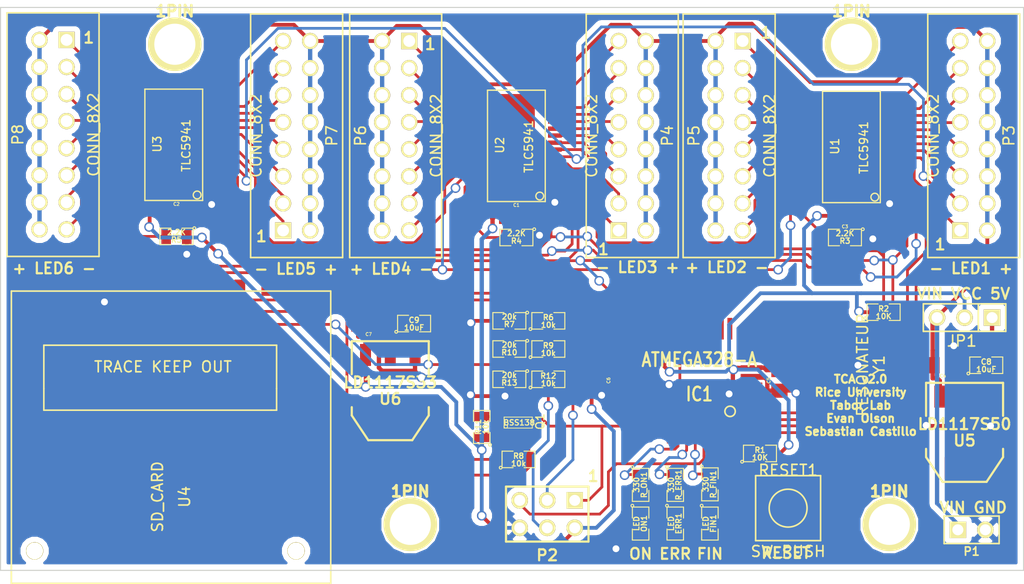
<source format=kicad_pcb>
(kicad_pcb (version 3) (host pcbnew "(2013-07-07 BZR 4022)-stable")
  (layers (15 F.Cu signal) (0 B.Cu signal) (18 B.Paste user) (19 F.Paste user) (20 B.SilkS user) (21 F.SilkS user) (22 B.Mask user) (23 F.Mask user) (28 Edge.Cuts user))
  (net 0 "")
  (net 1 /BLANK)
  (net 2 /ERR)
  (net 3 /FIN)
  (net 4 /GSCLK)
  (net 5 /MISO)
  (net 6 /MODE)
  (net 7 /MOSI)
  (net 8 /ON)
  (net 9 /RST)
  (net 10 /SCK)
  (net 11 /SCLK)
  (net 12 /SD_CS)
  (net 13 /SD_DataIn)
  (net 14 /SD_DataOut)
  (net 15 /SD_SCLK)
  (net 16 /SIN)
  (net 17 /SS)
  (net 18 /VCC)
  (net 19 /VIN)
  (net 20 /VSD)
  (net 21 /XLAT)
  (net 22 GND)
  (net 23 N-0000010)
  (net 24 N-0000011)
  (net 25 N-0000012)
  (net 26 N-0000013)
  (net 27 N-0000014)
  (net 28 N-0000015)
  (net 29 N-0000016)
  (net 30 N-0000017)
  (net 31 N-0000018)
  (net 32 N-0000019)
  (net 33 N-000002)
  (net 34 N-0000020)
  (net 35 N-0000021)
  (net 36 N-0000027)
  (net 37 N-0000028)
  (net 38 N-0000029)
  (net 39 N-000003)
  (net 40 N-0000032)
  (net 41 N-0000039)
  (net 42 N-000004)
  (net 43 N-0000040)
  (net 44 N-0000041)
  (net 45 N-0000042)
  (net 46 N-0000043)
  (net 47 N-0000044)
  (net 48 N-0000045)
  (net 49 N-0000046)
  (net 50 N-0000047)
  (net 51 N-0000048)
  (net 52 N-0000049)
  (net 53 N-000005)
  (net 54 N-0000050)
  (net 55 N-0000051)
  (net 56 N-0000052)
  (net 57 N-0000053)
  (net 58 N-0000054)
  (net 59 N-0000055)
  (net 60 N-0000056)
  (net 61 N-0000057)
  (net 62 N-0000058)
  (net 63 N-0000059)
  (net 64 N-000006)
  (net 65 N-0000060)
  (net 66 N-0000061)
  (net 67 N-0000062)
  (net 68 N-0000063)
  (net 69 N-0000064)
  (net 70 N-0000066)
  (net 71 N-0000067)
  (net 72 N-0000068)
  (net 73 N-000007)
  (net 74 N-0000071)
  (net 75 N-0000072)
  (net 76 N-0000073)
  (net 77 N-0000074)
  (net 78 N-0000075)
  (net 79 N-0000076)
  (net 80 N-000008)
  (net 81 N-000009)
  (module DF1B_8x2 (layer F.Cu) (at 176.25 137.65 270)
    (fp_text reference P7 (at 0 -3.25 270) (layer F.SilkS))
    (fp_text value CONN_8X2 (at 0 3.75 270) (layer F.SilkS))
    (pad 15 thru_hole circle (at -8.75 1.25 270) (size 1.5 1.5) (drill 1.1) (layers *.Cu *.Mask F.SilkS) (net 41 N-0000039))
    (pad 16 thru_hole circle (at -8.75 -1.25 270) (size 1.5 1.5) (drill 1.1) (layers *.Cu *.Mask F.SilkS) (net 19 /VIN))
    (pad 13 thru_hole circle (at -6.25 1.25 270) (size 1.5 1.5) (drill 1.1) (layers *.Cu *.Mask F.SilkS) (net 43 N-0000040))
    (pad 14 thru_hole circle (at -6.25 -1.25 270) (size 1.5 1.5) (drill 1.1) (layers *.Cu *.Mask F.SilkS) (net 19 /VIN))
    (pad 11 thru_hole circle (at -3.75 1.25 270) (size 1.5 1.5) (drill 1.1) (layers *.Cu *.Mask F.SilkS) (net 44 N-0000041))
    (pad 12 thru_hole circle (at -3.75 -1.25 270) (size 1.5 1.5) (drill 1.1) (layers *.Cu *.Mask F.SilkS) (net 19 /VIN))
    (pad 9 thru_hole circle (at -1.25 1.25 270) (size 1.5 1.5) (drill 1.1) (layers *.Cu *.Mask F.SilkS) (net 45 N-0000042))
    (pad 10 thru_hole circle (at -1.25 -1.25 270) (size 1.5 1.5) (drill 1.1) (layers *.Cu *.Mask F.SilkS) (net 19 /VIN))
    (pad 7 thru_hole circle (at 1.25 1.25 270) (size 1.5 1.5) (drill 1.1) (layers *.Cu *.Mask F.SilkS) (net 46 N-0000043))
    (pad 8 thru_hole circle (at 1.25 -1.25 270) (size 1.5 1.5) (drill 1.1) (layers *.Cu *.Mask F.SilkS) (net 19 /VIN))
    (pad 5 thru_hole circle (at 3.75 1.25 270) (size 1.5 1.5) (drill 1.1) (layers *.Cu *.Mask F.SilkS) (net 47 N-0000044))
    (pad 6 thru_hole circle (at 3.75 -1.25 270) (size 1.5 1.5) (drill 1.1) (layers *.Cu *.Mask F.SilkS) (net 19 /VIN))
    (pad 3 thru_hole circle (at 6.25 1.25 270) (size 1.5 1.5) (drill 1.1) (layers *.Cu *.Mask F.SilkS) (net 48 N-0000045))
    (pad 4 thru_hole circle (at 6.25 -1.25 270) (size 1.5 1.5) (drill 1.1) (layers *.Cu *.Mask F.SilkS) (net 19 /VIN))
    (pad 1 thru_hole rect (at 8.75 1.25 270) (size 1.5 1.5) (drill 1.1) (layers *.Cu *.Mask F.SilkS) (net 49 N-0000046))
    (pad 2 thru_hole circle (at 8.75 -1.25 270) (size 1.5 1.5) (drill 1.1) (layers *.Cu *.Mask F.SilkS) (net 19 /VIN))
  )
  (module DF1B_8x2 (layer F.Cu) (at 185.4 137.65 90)
    (fp_text reference P6 (at 0 -3.25 90) (layer F.SilkS))
    (fp_text value CONN_8X2 (at 0 3.75 90) (layer F.SilkS))
    (pad 15 thru_hole circle (at -8.75 1.25 90) (size 1.5 1.5) (drill 1.1) (layers *.Cu *.Mask F.SilkS) (net 61 N-0000057))
    (pad 16 thru_hole circle (at -8.75 -1.25 90) (size 1.5 1.5) (drill 1.1) (layers *.Cu *.Mask F.SilkS) (net 19 /VIN))
    (pad 13 thru_hole circle (at -6.25 1.25 90) (size 1.5 1.5) (drill 1.1) (layers *.Cu *.Mask F.SilkS) (net 62 N-0000058))
    (pad 14 thru_hole circle (at -6.25 -1.25 90) (size 1.5 1.5) (drill 1.1) (layers *.Cu *.Mask F.SilkS) (net 19 /VIN))
    (pad 11 thru_hole circle (at -3.75 1.25 90) (size 1.5 1.5) (drill 1.1) (layers *.Cu *.Mask F.SilkS) (net 63 N-0000059))
    (pad 12 thru_hole circle (at -3.75 -1.25 90) (size 1.5 1.5) (drill 1.1) (layers *.Cu *.Mask F.SilkS) (net 19 /VIN))
    (pad 9 thru_hole circle (at -1.25 1.25 90) (size 1.5 1.5) (drill 1.1) (layers *.Cu *.Mask F.SilkS) (net 65 N-0000060))
    (pad 10 thru_hole circle (at -1.25 -1.25 90) (size 1.5 1.5) (drill 1.1) (layers *.Cu *.Mask F.SilkS) (net 19 /VIN))
    (pad 7 thru_hole circle (at 1.25 1.25 90) (size 1.5 1.5) (drill 1.1) (layers *.Cu *.Mask F.SilkS) (net 66 N-0000061))
    (pad 8 thru_hole circle (at 1.25 -1.25 90) (size 1.5 1.5) (drill 1.1) (layers *.Cu *.Mask F.SilkS) (net 19 /VIN))
    (pad 5 thru_hole circle (at 3.75 1.25 90) (size 1.5 1.5) (drill 1.1) (layers *.Cu *.Mask F.SilkS) (net 67 N-0000062))
    (pad 6 thru_hole circle (at 3.75 -1.25 90) (size 1.5 1.5) (drill 1.1) (layers *.Cu *.Mask F.SilkS) (net 19 /VIN))
    (pad 3 thru_hole circle (at 6.25 1.25 90) (size 1.5 1.5) (drill 1.1) (layers *.Cu *.Mask F.SilkS) (net 68 N-0000063))
    (pad 4 thru_hole circle (at 6.25 -1.25 90) (size 1.5 1.5) (drill 1.1) (layers *.Cu *.Mask F.SilkS) (net 19 /VIN))
    (pad 1 thru_hole rect (at 8.75 1.25 90) (size 1.5 1.5) (drill 1.1) (layers *.Cu *.Mask F.SilkS) (net 69 N-0000064))
    (pad 2 thru_hole circle (at 8.75 -1.25 90) (size 1.5 1.5) (drill 1.1) (layers *.Cu *.Mask F.SilkS) (net 19 /VIN))
  )
  (module SM0805 (layer F.Cu) (at 226.9 147.05 180)
    (fp_text reference R3 (at 0 -0.3175 180) (layer F.SilkS) (effects (font (size 0.50038 0.50038) (thickness 0.10922))))
    (fp_text value 2.2K (at 0 0.381 180) (layer F.SilkS) (effects (font (size 0.50038 0.50038) (thickness 0.10922))))
    (pad 1 smd rect (at -0.9525 0 180) (size 0.889 1.397) (layers F.Cu F.Paste F.Mask) (net 22 GND))
    (pad 2 smd rect (at 0.9525 0 180) (size 0.889 1.397) (layers F.Cu F.Paste F.Mask) (net 34 N-0000020))
  )
  (module SM0805 (layer F.Cu) (at 230.475 153.95)
    (fp_text reference R2 (at 0 -0.3175) (layer F.SilkS) (effects (font (size 0.50038 0.50038) (thickness 0.10922))))
    (fp_text value 10K (at 0 0.381) (layer F.SilkS) (effects (font (size 0.50038 0.50038) (thickness 0.10922))))
    (pad 1 smd rect (at -0.9525 0) (size 0.889 1.397) (layers F.Cu F.Paste F.Mask) (net 18 /VCC))
    (pad 2 smd rect (at 0.9525 0) (size 0.889 1.397) (layers F.Cu F.Paste F.Mask) (net 1 /BLANK))
  )
  (module SM0805 (layer F.Cu) (at 165.15 146.95 180)
    (fp_text reference R5 (at 0 -0.3175 180) (layer F.SilkS) (effects (font (size 0.50038 0.50038) (thickness 0.10922))))
    (fp_text value 2.2K (at 0 0.381 180) (layer F.SilkS) (effects (font (size 0.50038 0.50038) (thickness 0.10922))))
    (pad 1 smd rect (at -0.9525 0 180) (size 0.889 1.397) (layers F.Cu F.Paste F.Mask) (net 22 GND))
    (pad 2 smd rect (at 0.9525 0 180) (size 0.889 1.397) (layers F.Cu F.Paste F.Mask) (net 39 N-000003))
  )
  (module SM0805 (layer F.Cu) (at 196.55 147.05 180)
    (fp_text reference R4 (at 0 -0.3175 180) (layer F.SilkS) (effects (font (size 0.50038 0.50038) (thickness 0.10922))))
    (fp_text value 2.2K (at 0 0.381 180) (layer F.SilkS) (effects (font (size 0.50038 0.50038) (thickness 0.10922))))
    (pad 1 smd rect (at -0.9525 0 180) (size 0.889 1.397) (layers F.Cu F.Paste F.Mask) (net 22 GND))
    (pad 2 smd rect (at 0.9525 0 180) (size 0.889 1.397) (layers F.Cu F.Paste F.Mask) (net 35 N-0000021))
  )
  (module SM0805 (layer F.Cu) (at 219.05 167)
    (fp_text reference R1 (at 0 -0.3175) (layer F.SilkS) (effects (font (size 0.50038 0.50038) (thickness 0.10922))))
    (fp_text value 10K (at 0 0.381) (layer F.SilkS) (effects (font (size 0.50038 0.50038) (thickness 0.10922))))
    (pad 1 smd rect (at -0.9525 0) (size 0.889 1.397) (layers F.Cu F.Paste F.Mask) (net 9 /RST))
    (pad 2 smd rect (at 0.9525 0) (size 0.889 1.397) (layers F.Cu F.Paste F.Mask) (net 18 /VCC))
  )
  (module pin_array_3x2 (layer F.Cu) (at 199.4 172.6 180)
    (fp_text reference P2 (at 0 -3.81 180) (layer F.SilkS) (effects (font (size 1.016 1.016) (thickness 0.2032))))
    (fp_text value CONN_3X2 hide)
    (pad 1 thru_hole rect (at -2.54 1.27 180) (size 1.524 1.524) (drill 1.016) (layers *.Cu *.Mask F.SilkS) (net 5 /MISO))
    (pad 2 thru_hole circle (at -2.54 -1.27 180) (size 1.524 1.524) (drill 1.016) (layers *.Cu *.Mask F.SilkS) (net 18 /VCC))
    (pad 3 thru_hole circle (at 0 1.27 180) (size 1.524 1.524) (drill 1.016) (layers *.Cu *.Mask F.SilkS) (net 10 /SCK))
    (pad 4 thru_hole circle (at 0 -1.27 180) (size 1.524 1.524) (drill 1.016) (layers *.Cu *.Mask F.SilkS) (net 7 /MOSI))
    (pad 5 thru_hole circle (at 2.54 1.27 180) (size 1.524 1.524) (drill 1.016) (layers *.Cu *.Mask F.SilkS) (net 9 /RST))
    (pad 6 thru_hole circle (at 2.54 -1.27 180) (size 1.524 1.524) (drill 1.016) (layers *.Cu *.Mask F.SilkS) (net 22 GND))
  )
  (module PIN_ARRAY_2X1 (layer F.Cu) (at 238.6 174.05)
    (fp_text reference P1 (at 0 2) (layer F.SilkS) (effects (font (size 0.762 0.762) (thickness 0.1524))))
    (fp_text value CONN_2 hide)
    (pad 1 thru_hole rect (at -1.27 0) (size 1.524 1.524) (drill 1.016) (layers *.Cu *.Mask F.SilkS) (net 19 /VIN))
    (pad 2 thru_hole circle (at 1.27 0) (size 1.524 1.524) (drill 1.016) (layers *.Cu *.Mask F.SilkS) (net 22 GND))
  )
  (module crystal_smd (layer F.Cu) (at 225.225 158.825 270)
    (fp_text reference Y1 (at 0 -4.826 270) (layer F.SilkS))
    (fp_text value RESONATEUR (at 0 -3.302 270) (layer F.SilkS))
    (pad 1 smd rect (at -1.5 0 270) (size 0.7 4.1) (layers F.Cu F.Paste F.Mask) (net 38 N-0000029))
    (pad 2 smd rect (at 0 0 270) (size 1 4.1) (layers F.Cu F.Paste F.Mask) (net 22 GND))
    (pad 3 smd rect (at 1.5 0 270) (size 0.7 4.1) (layers F.Cu F.Paste F.Mask) (net 37 N-0000028))
  )
  (module TLC5940_FIXED (layer F.Cu) (at 164.9 138.55 90)
    (fp_text reference U3 (at 0.127 -1.524 90) (layer F.SilkS) (effects (font (size 0.762 0.762) (thickness 0.127))))
    (fp_text value TLC5941 (at 0 1.143 90) (layer F.SilkS) (effects (font (size 0.762 0.762) (thickness 0.127))))
    (pad 1 smd rect (at -4.191 3.556 90) (size 0.4064 1.27) (layers F.Cu F.Paste F.Mask) (net 22 GND))
    (pad 2 smd rect (at -3.556 3.556 90) (size 0.4064 1.27) (layers F.Cu F.Paste F.Mask) (net 1 /BLANK))
    (pad 3 smd rect (at -2.8956 3.556 90) (size 0.4064 1.27) (layers F.Cu F.Paste F.Mask) (net 21 /XLAT))
    (pad 4 smd rect (at -2.2352 3.556 90) (size 0.4064 1.27) (layers F.Cu F.Paste F.Mask) (net 11 /SCLK))
    (pad 5 smd rect (at -1.6002 3.556 90) (size 0.4064 1.27) (layers F.Cu F.Paste F.Mask) (net 33 N-000002))
    (pad 6 smd rect (at -0.9398 3.556 90) (size 0.4064 1.27) (layers F.Cu F.Paste F.Mask) (net 6 /MODE))
    (pad 7 smd rect (at -0.2794 3.556 90) (size 0.4064 1.27) (layers F.Cu F.Paste F.Mask) (net 49 N-0000046))
    (pad 8 smd rect (at 0.3556 3.556 90) (size 0.4064 1.27) (layers F.Cu F.Paste F.Mask) (net 48 N-0000045))
    (pad 9 smd rect (at 1.016 3.556 90) (size 0.4064 1.27) (layers F.Cu F.Paste F.Mask) (net 47 N-0000044))
    (pad 10 smd rect (at 1.651 3.556 90) (size 0.4064 1.27) (layers F.Cu F.Paste F.Mask) (net 46 N-0000043))
    (pad 11 smd rect (at 2.3114 3.556 90) (size 0.4064 1.27) (layers F.Cu F.Paste F.Mask) (net 45 N-0000042))
    (pad 12 smd rect (at 2.9718 3.556 90) (size 0.4064 1.27) (layers F.Cu F.Paste F.Mask) (net 44 N-0000041))
    (pad 13 smd rect (at 3.6068 3.556 90) (size 0.4064 1.27) (layers F.Cu F.Paste F.Mask) (net 43 N-0000040))
    (pad 14 smd rect (at 4.2672 3.556 90) (size 0.4064 1.27) (layers F.Cu F.Paste F.Mask) (net 41 N-0000039))
    (pad 15 smd rect (at 4.2672 -3.556 90) (size 0.4064 1.27) (layers F.Cu F.Paste F.Mask) (net 79 N-0000076))
    (pad 16 smd rect (at 3.6068 -3.556 90) (size 0.4064 1.27) (layers F.Cu F.Paste F.Mask) (net 78 N-0000075))
    (pad 17 smd rect (at 2.9972 -3.556 90) (size 0.4064 1.27) (layers F.Cu F.Paste F.Mask) (net 77 N-0000074))
    (pad 18 smd rect (at 2.3114 -3.556 90) (size 0.4064 1.27) (layers F.Cu F.Paste F.Mask) (net 76 N-0000073))
    (pad 19 smd rect (at 1.651 -3.556 90) (size 0.4064 1.27) (layers F.Cu F.Paste F.Mask) (net 75 N-0000072))
    (pad 20 smd rect (at 1.016 -3.556 90) (size 0.4064 1.27) (layers F.Cu F.Paste F.Mask) (net 74 N-0000071))
    (pad 21 smd rect (at 0.3556 -3.556 90) (size 0.4064 1.27) (layers F.Cu F.Paste F.Mask) (net 59 N-0000055))
    (pad 22 smd rect (at -0.2794 -3.556 90) (size 0.4064 1.27) (layers F.Cu F.Paste F.Mask) (net 50 N-0000047))
    (pad 23 smd rect (at -0.9398 -3.556 90) (size 0.4064 1.27) (layers F.Cu F.Paste F.Mask))
    (pad 24 smd rect (at -1.6002 -3.556 90) (size 0.4064 1.27) (layers F.Cu F.Paste F.Mask))
    (pad 25 smd rect (at -2.2352 -3.556 90) (size 0.4064 1.27) (layers F.Cu F.Paste F.Mask) (net 4 /GSCLK))
    (pad 26 smd rect (at -2.8956 -3.556 90) (size 0.4064 1.27) (layers F.Cu F.Paste F.Mask) (net 18 /VCC))
    (pad 27 smd rect (at -3.556 -3.556 90) (size 0.4064 1.27) (layers F.Cu F.Paste F.Mask) (net 39 N-000003))
    (pad 28 smd rect (at -4.191 -3.556 90) (size 0.4064 1.27) (layers F.Cu F.Paste F.Mask) (net 18 /VCC))
    (pad GND smd rect (at 0 0 90) (size 9.7 3.4) (layers F.Cu F.Paste F.Mask))
  )
  (module TLC5940_FIXED (layer F.Cu) (at 196.55 138.65 90)
    (fp_text reference U2 (at 0.127 -1.524 90) (layer F.SilkS) (effects (font (size 0.762 0.762) (thickness 0.127))))
    (fp_text value TLC5941 (at 0 1.143 90) (layer F.SilkS) (effects (font (size 0.762 0.762) (thickness 0.127))))
    (pad 1 smd rect (at -4.191 3.556 90) (size 0.4064 1.27) (layers F.Cu F.Paste F.Mask) (net 22 GND))
    (pad 2 smd rect (at -3.556 3.556 90) (size 0.4064 1.27) (layers F.Cu F.Paste F.Mask) (net 1 /BLANK))
    (pad 3 smd rect (at -2.8956 3.556 90) (size 0.4064 1.27) (layers F.Cu F.Paste F.Mask) (net 21 /XLAT))
    (pad 4 smd rect (at -2.2352 3.556 90) (size 0.4064 1.27) (layers F.Cu F.Paste F.Mask) (net 11 /SCLK))
    (pad 5 smd rect (at -1.6002 3.556 90) (size 0.4064 1.27) (layers F.Cu F.Paste F.Mask) (net 36 N-0000027))
    (pad 6 smd rect (at -0.9398 3.556 90) (size 0.4064 1.27) (layers F.Cu F.Paste F.Mask) (net 6 /MODE))
    (pad 7 smd rect (at -0.2794 3.556 90) (size 0.4064 1.27) (layers F.Cu F.Paste F.Mask) (net 52 N-0000049))
    (pad 8 smd rect (at 0.3556 3.556 90) (size 0.4064 1.27) (layers F.Cu F.Paste F.Mask) (net 54 N-0000050))
    (pad 9 smd rect (at 1.016 3.556 90) (size 0.4064 1.27) (layers F.Cu F.Paste F.Mask) (net 55 N-0000051))
    (pad 10 smd rect (at 1.651 3.556 90) (size 0.4064 1.27) (layers F.Cu F.Paste F.Mask) (net 56 N-0000052))
    (pad 11 smd rect (at 2.3114 3.556 90) (size 0.4064 1.27) (layers F.Cu F.Paste F.Mask) (net 57 N-0000053))
    (pad 12 smd rect (at 2.9718 3.556 90) (size 0.4064 1.27) (layers F.Cu F.Paste F.Mask) (net 58 N-0000054))
    (pad 13 smd rect (at 3.6068 3.556 90) (size 0.4064 1.27) (layers F.Cu F.Paste F.Mask) (net 51 N-0000048))
    (pad 14 smd rect (at 4.2672 3.556 90) (size 0.4064 1.27) (layers F.Cu F.Paste F.Mask) (net 60 N-0000056))
    (pad 15 smd rect (at 4.2672 -3.556 90) (size 0.4064 1.27) (layers F.Cu F.Paste F.Mask) (net 69 N-0000064))
    (pad 16 smd rect (at 3.6068 -3.556 90) (size 0.4064 1.27) (layers F.Cu F.Paste F.Mask) (net 68 N-0000063))
    (pad 17 smd rect (at 2.9972 -3.556 90) (size 0.4064 1.27) (layers F.Cu F.Paste F.Mask) (net 67 N-0000062))
    (pad 18 smd rect (at 2.3114 -3.556 90) (size 0.4064 1.27) (layers F.Cu F.Paste F.Mask) (net 66 N-0000061))
    (pad 19 smd rect (at 1.651 -3.556 90) (size 0.4064 1.27) (layers F.Cu F.Paste F.Mask) (net 65 N-0000060))
    (pad 20 smd rect (at 1.016 -3.556 90) (size 0.4064 1.27) (layers F.Cu F.Paste F.Mask) (net 63 N-0000059))
    (pad 21 smd rect (at 0.3556 -3.556 90) (size 0.4064 1.27) (layers F.Cu F.Paste F.Mask) (net 62 N-0000058))
    (pad 22 smd rect (at -0.2794 -3.556 90) (size 0.4064 1.27) (layers F.Cu F.Paste F.Mask) (net 61 N-0000057))
    (pad 23 smd rect (at -0.9398 -3.556 90) (size 0.4064 1.27) (layers F.Cu F.Paste F.Mask))
    (pad 24 smd rect (at -1.6002 -3.556 90) (size 0.4064 1.27) (layers F.Cu F.Paste F.Mask) (net 33 N-000002))
    (pad 25 smd rect (at -2.2352 -3.556 90) (size 0.4064 1.27) (layers F.Cu F.Paste F.Mask) (net 4 /GSCLK))
    (pad 26 smd rect (at -2.8956 -3.556 90) (size 0.4064 1.27) (layers F.Cu F.Paste F.Mask) (net 18 /VCC))
    (pad 27 smd rect (at -3.556 -3.556 90) (size 0.4064 1.27) (layers F.Cu F.Paste F.Mask) (net 35 N-0000021))
    (pad 28 smd rect (at -4.191 -3.556 90) (size 0.4064 1.27) (layers F.Cu F.Paste F.Mask) (net 18 /VCC))
    (pad GND smd rect (at 0 0 90) (size 9.7 3.4) (layers F.Cu F.Paste F.Mask))
  )
  (module TLC5940_FIXED (layer F.Cu) (at 227.5 138.75 90)
    (fp_text reference U1 (at 0.127 -1.524 90) (layer F.SilkS) (effects (font (size 0.762 0.762) (thickness 0.127))))
    (fp_text value TLC5941 (at 0 1.143 90) (layer F.SilkS) (effects (font (size 0.762 0.762) (thickness 0.127))))
    (pad 1 smd rect (at -4.191 3.556 90) (size 0.4064 1.27) (layers F.Cu F.Paste F.Mask) (net 22 GND))
    (pad 2 smd rect (at -3.556 3.556 90) (size 0.4064 1.27) (layers F.Cu F.Paste F.Mask) (net 1 /BLANK))
    (pad 3 smd rect (at -2.8956 3.556 90) (size 0.4064 1.27) (layers F.Cu F.Paste F.Mask) (net 21 /XLAT))
    (pad 4 smd rect (at -2.2352 3.556 90) (size 0.4064 1.27) (layers F.Cu F.Paste F.Mask) (net 11 /SCLK))
    (pad 5 smd rect (at -1.6002 3.556 90) (size 0.4064 1.27) (layers F.Cu F.Paste F.Mask) (net 16 /SIN))
    (pad 6 smd rect (at -0.9398 3.556 90) (size 0.4064 1.27) (layers F.Cu F.Paste F.Mask) (net 6 /MODE))
    (pad 7 smd rect (at -0.2794 3.556 90) (size 0.4064 1.27) (layers F.Cu F.Paste F.Mask) (net 31 N-0000018))
    (pad 8 smd rect (at 0.3556 3.556 90) (size 0.4064 1.27) (layers F.Cu F.Paste F.Mask) (net 32 N-0000019))
    (pad 9 smd rect (at 1.016 3.556 90) (size 0.4064 1.27) (layers F.Cu F.Paste F.Mask) (net 29 N-0000016))
    (pad 10 smd rect (at 1.651 3.556 90) (size 0.4064 1.27) (layers F.Cu F.Paste F.Mask) (net 53 N-000005))
    (pad 11 smd rect (at 2.3114 3.556 90) (size 0.4064 1.27) (layers F.Cu F.Paste F.Mask) (net 64 N-000006))
    (pad 12 smd rect (at 2.9718 3.556 90) (size 0.4064 1.27) (layers F.Cu F.Paste F.Mask) (net 73 N-000007))
    (pad 13 smd rect (at 3.6068 3.556 90) (size 0.4064 1.27) (layers F.Cu F.Paste F.Mask) (net 80 N-000008))
    (pad 14 smd rect (at 4.2672 3.556 90) (size 0.4064 1.27) (layers F.Cu F.Paste F.Mask) (net 81 N-000009))
    (pad 15 smd rect (at 4.2672 -3.556 90) (size 0.4064 1.27) (layers F.Cu F.Paste F.Mask) (net 30 N-0000017))
    (pad 16 smd rect (at 3.6068 -3.556 90) (size 0.4064 1.27) (layers F.Cu F.Paste F.Mask) (net 42 N-000004))
    (pad 17 smd rect (at 2.9972 -3.556 90) (size 0.4064 1.27) (layers F.Cu F.Paste F.Mask) (net 28 N-0000015))
    (pad 18 smd rect (at 2.3114 -3.556 90) (size 0.4064 1.27) (layers F.Cu F.Paste F.Mask) (net 27 N-0000014))
    (pad 19 smd rect (at 1.651 -3.556 90) (size 0.4064 1.27) (layers F.Cu F.Paste F.Mask) (net 26 N-0000013))
    (pad 20 smd rect (at 1.016 -3.556 90) (size 0.4064 1.27) (layers F.Cu F.Paste F.Mask) (net 25 N-0000012))
    (pad 21 smd rect (at 0.3556 -3.556 90) (size 0.4064 1.27) (layers F.Cu F.Paste F.Mask) (net 24 N-0000011))
    (pad 22 smd rect (at -0.2794 -3.556 90) (size 0.4064 1.27) (layers F.Cu F.Paste F.Mask) (net 23 N-0000010))
    (pad 23 smd rect (at -0.9398 -3.556 90) (size 0.4064 1.27) (layers F.Cu F.Paste F.Mask))
    (pad 24 smd rect (at -1.6002 -3.556 90) (size 0.4064 1.27) (layers F.Cu F.Paste F.Mask) (net 36 N-0000027))
    (pad 25 smd rect (at -2.2352 -3.556 90) (size 0.4064 1.27) (layers F.Cu F.Paste F.Mask) (net 4 /GSCLK))
    (pad 26 smd rect (at -2.8956 -3.556 90) (size 0.4064 1.27) (layers F.Cu F.Paste F.Mask) (net 18 /VCC))
    (pad 27 smd rect (at -3.556 -3.556 90) (size 0.4064 1.27) (layers F.Cu F.Paste F.Mask) (net 34 N-0000020))
    (pad 28 smd rect (at -4.191 -3.556 90) (size 0.4064 1.27) (layers F.Cu F.Paste F.Mask) (net 18 /VCC))
    (pad GND smd rect (at 0 0 90) (size 9.7 3.4) (layers F.Cu F.Paste F.Mask))
  )
  (module c_0805_FIXED (layer F.Cu) (at 226.9 145.05 180)
    (fp_text reference C3 (at 0 -0.9906 180) (layer F.SilkS) (effects (font (size 0.29972 0.29972) (thickness 0.06096))))
    (fp_text value "0.1 uF" hide)
    (pad 1 smd rect (at 0.9525 0 180) (size 1.30048 1.4986) (layers F.Cu F.Paste F.Mask) (net 18 /VCC))
    (pad 2 smd rect (at -0.9525 0 180) (size 1.30048 1.4986) (layers F.Cu F.Paste F.Mask) (net 22 GND))
  )
  (module c_0805_FIXED (layer F.Cu) (at 206.05 160.25 90)
    (fp_text reference C6 (at 0 -0.9906 90) (layer F.SilkS) (effects (font (size 0.29972 0.29972) (thickness 0.06096))))
    (fp_text value "0.1 uF" hide)
    (pad 1 smd rect (at 0.9525 0 90) (size 1.30048 1.4986) (layers F.Cu F.Paste F.Mask) (net 18 /VCC))
    (pad 2 smd rect (at -0.9525 0 90) (size 1.30048 1.4986) (layers F.Cu F.Paste F.Mask) (net 22 GND))
  )
  (module c_0805_FIXED (layer F.Cu) (at 220.85 160.25 90)
    (fp_text reference C5 (at 0 -0.9906 90) (layer F.SilkS) (effects (font (size 0.29972 0.29972) (thickness 0.06096))))
    (fp_text value "0.1 uF" hide)
    (pad 1 smd rect (at 0.9525 0 90) (size 1.30048 1.4986) (layers F.Cu F.Paste F.Mask) (net 18 /VCC))
    (pad 2 smd rect (at -0.9525 0 90) (size 1.30048 1.4986) (layers F.Cu F.Paste F.Mask) (net 22 GND))
  )
  (module c_0805_FIXED (layer F.Cu) (at 165.15 144.95)
    (fp_text reference C2 (at 0 -0.9906) (layer F.SilkS) (effects (font (size 0.29972 0.29972) (thickness 0.06096))))
    (fp_text value "0.1 uF" hide)
    (pad 1 smd rect (at 0.9525 0) (size 1.30048 1.4986) (layers F.Cu F.Paste F.Mask) (net 22 GND))
    (pad 2 smd rect (at -0.9525 0) (size 1.30048 1.4986) (layers F.Cu F.Paste F.Mask) (net 18 /VCC))
  )
  (module c_0805_FIXED (layer F.Cu) (at 196.55 145.05)
    (fp_text reference C1 (at 0 -0.9906) (layer F.SilkS) (effects (font (size 0.29972 0.29972) (thickness 0.06096))))
    (fp_text value "0.1 uF" hide)
    (pad 1 smd rect (at 0.9525 0) (size 1.30048 1.4986) (layers F.Cu F.Paste F.Mask) (net 22 GND))
    (pad 2 smd rect (at -0.9525 0) (size 1.30048 1.4986) (layers F.Cu F.Paste F.Mask) (net 18 /VCC))
  )
  (module DF1B_8x2 (layer F.Cu) (at 153.75 137.55 90)
    (fp_text reference P8 (at 0 -3.25 90) (layer F.SilkS))
    (fp_text value CONN_8X2 (at 0 3.75 90) (layer F.SilkS))
    (pad 15 thru_hole circle (at -8.75 1.25 90) (size 1.5 1.5) (drill 1.1) (layers *.Cu *.Mask F.SilkS) (net 50 N-0000047))
    (pad 16 thru_hole circle (at -8.75 -1.25 90) (size 1.5 1.5) (drill 1.1) (layers *.Cu *.Mask F.SilkS) (net 19 /VIN))
    (pad 13 thru_hole circle (at -6.25 1.25 90) (size 1.5 1.5) (drill 1.1) (layers *.Cu *.Mask F.SilkS) (net 59 N-0000055))
    (pad 14 thru_hole circle (at -6.25 -1.25 90) (size 1.5 1.5) (drill 1.1) (layers *.Cu *.Mask F.SilkS) (net 19 /VIN))
    (pad 11 thru_hole circle (at -3.75 1.25 90) (size 1.5 1.5) (drill 1.1) (layers *.Cu *.Mask F.SilkS) (net 74 N-0000071))
    (pad 12 thru_hole circle (at -3.75 -1.25 90) (size 1.5 1.5) (drill 1.1) (layers *.Cu *.Mask F.SilkS) (net 19 /VIN))
    (pad 9 thru_hole circle (at -1.25 1.25 90) (size 1.5 1.5) (drill 1.1) (layers *.Cu *.Mask F.SilkS) (net 75 N-0000072))
    (pad 10 thru_hole circle (at -1.25 -1.25 90) (size 1.5 1.5) (drill 1.1) (layers *.Cu *.Mask F.SilkS) (net 19 /VIN))
    (pad 7 thru_hole circle (at 1.25 1.25 90) (size 1.5 1.5) (drill 1.1) (layers *.Cu *.Mask F.SilkS) (net 76 N-0000073))
    (pad 8 thru_hole circle (at 1.25 -1.25 90) (size 1.5 1.5) (drill 1.1) (layers *.Cu *.Mask F.SilkS) (net 19 /VIN))
    (pad 5 thru_hole circle (at 3.75 1.25 90) (size 1.5 1.5) (drill 1.1) (layers *.Cu *.Mask F.SilkS) (net 77 N-0000074))
    (pad 6 thru_hole circle (at 3.75 -1.25 90) (size 1.5 1.5) (drill 1.1) (layers *.Cu *.Mask F.SilkS) (net 19 /VIN))
    (pad 3 thru_hole circle (at 6.25 1.25 90) (size 1.5 1.5) (drill 1.1) (layers *.Cu *.Mask F.SilkS) (net 78 N-0000075))
    (pad 4 thru_hole circle (at 6.25 -1.25 90) (size 1.5 1.5) (drill 1.1) (layers *.Cu *.Mask F.SilkS) (net 19 /VIN))
    (pad 1 thru_hole rect (at 8.75 1.25 90) (size 1.5 1.5) (drill 1.1) (layers *.Cu *.Mask F.SilkS) (net 79 N-0000076))
    (pad 2 thru_hole circle (at 8.75 -1.25 90) (size 1.5 1.5) (drill 1.1) (layers *.Cu *.Mask F.SilkS) (net 19 /VIN))
  )
  (module DF1B_8x2 (layer F.Cu) (at 207.25 137.65 270)
    (fp_text reference P4 (at 0 -3.25 270) (layer F.SilkS))
    (fp_text value CONN_8X2 (at 0 3.75 270) (layer F.SilkS))
    (pad 15 thru_hole circle (at -8.75 1.25 270) (size 1.5 1.5) (drill 1.1) (layers *.Cu *.Mask F.SilkS) (net 60 N-0000056))
    (pad 16 thru_hole circle (at -8.75 -1.25 270) (size 1.5 1.5) (drill 1.1) (layers *.Cu *.Mask F.SilkS) (net 19 /VIN))
    (pad 13 thru_hole circle (at -6.25 1.25 270) (size 1.5 1.5) (drill 1.1) (layers *.Cu *.Mask F.SilkS) (net 51 N-0000048))
    (pad 14 thru_hole circle (at -6.25 -1.25 270) (size 1.5 1.5) (drill 1.1) (layers *.Cu *.Mask F.SilkS) (net 19 /VIN))
    (pad 11 thru_hole circle (at -3.75 1.25 270) (size 1.5 1.5) (drill 1.1) (layers *.Cu *.Mask F.SilkS) (net 58 N-0000054))
    (pad 12 thru_hole circle (at -3.75 -1.25 270) (size 1.5 1.5) (drill 1.1) (layers *.Cu *.Mask F.SilkS) (net 19 /VIN))
    (pad 9 thru_hole circle (at -1.25 1.25 270) (size 1.5 1.5) (drill 1.1) (layers *.Cu *.Mask F.SilkS) (net 57 N-0000053))
    (pad 10 thru_hole circle (at -1.25 -1.25 270) (size 1.5 1.5) (drill 1.1) (layers *.Cu *.Mask F.SilkS) (net 19 /VIN))
    (pad 7 thru_hole circle (at 1.25 1.25 270) (size 1.5 1.5) (drill 1.1) (layers *.Cu *.Mask F.SilkS) (net 56 N-0000052))
    (pad 8 thru_hole circle (at 1.25 -1.25 270) (size 1.5 1.5) (drill 1.1) (layers *.Cu *.Mask F.SilkS) (net 19 /VIN))
    (pad 5 thru_hole circle (at 3.75 1.25 270) (size 1.5 1.5) (drill 1.1) (layers *.Cu *.Mask F.SilkS) (net 55 N-0000051))
    (pad 6 thru_hole circle (at 3.75 -1.25 270) (size 1.5 1.5) (drill 1.1) (layers *.Cu *.Mask F.SilkS) (net 19 /VIN))
    (pad 3 thru_hole circle (at 6.25 1.25 270) (size 1.5 1.5) (drill 1.1) (layers *.Cu *.Mask F.SilkS) (net 54 N-0000050))
    (pad 4 thru_hole circle (at 6.25 -1.25 270) (size 1.5 1.5) (drill 1.1) (layers *.Cu *.Mask F.SilkS) (net 19 /VIN))
    (pad 1 thru_hole rect (at 8.75 1.25 270) (size 1.5 1.5) (drill 1.1) (layers *.Cu *.Mask F.SilkS) (net 52 N-0000049))
    (pad 2 thru_hole circle (at 8.75 -1.25 270) (size 1.5 1.5) (drill 1.1) (layers *.Cu *.Mask F.SilkS) (net 19 /VIN))
  )
  (module DF1B_8x2 (layer F.Cu) (at 216.2 137.65 90)
    (fp_text reference P5 (at 0 -3.25 90) (layer F.SilkS))
    (fp_text value CONN_8X2 (at 0 3.75 90) (layer F.SilkS))
    (pad 15 thru_hole circle (at -8.75 1.25 90) (size 1.5 1.5) (drill 1.1) (layers *.Cu *.Mask F.SilkS) (net 23 N-0000010))
    (pad 16 thru_hole circle (at -8.75 -1.25 90) (size 1.5 1.5) (drill 1.1) (layers *.Cu *.Mask F.SilkS) (net 19 /VIN))
    (pad 13 thru_hole circle (at -6.25 1.25 90) (size 1.5 1.5) (drill 1.1) (layers *.Cu *.Mask F.SilkS) (net 24 N-0000011))
    (pad 14 thru_hole circle (at -6.25 -1.25 90) (size 1.5 1.5) (drill 1.1) (layers *.Cu *.Mask F.SilkS) (net 19 /VIN))
    (pad 11 thru_hole circle (at -3.75 1.25 90) (size 1.5 1.5) (drill 1.1) (layers *.Cu *.Mask F.SilkS) (net 25 N-0000012))
    (pad 12 thru_hole circle (at -3.75 -1.25 90) (size 1.5 1.5) (drill 1.1) (layers *.Cu *.Mask F.SilkS) (net 19 /VIN))
    (pad 9 thru_hole circle (at -1.25 1.25 90) (size 1.5 1.5) (drill 1.1) (layers *.Cu *.Mask F.SilkS) (net 26 N-0000013))
    (pad 10 thru_hole circle (at -1.25 -1.25 90) (size 1.5 1.5) (drill 1.1) (layers *.Cu *.Mask F.SilkS) (net 19 /VIN))
    (pad 7 thru_hole circle (at 1.25 1.25 90) (size 1.5 1.5) (drill 1.1) (layers *.Cu *.Mask F.SilkS) (net 27 N-0000014))
    (pad 8 thru_hole circle (at 1.25 -1.25 90) (size 1.5 1.5) (drill 1.1) (layers *.Cu *.Mask F.SilkS) (net 19 /VIN))
    (pad 5 thru_hole circle (at 3.75 1.25 90) (size 1.5 1.5) (drill 1.1) (layers *.Cu *.Mask F.SilkS) (net 28 N-0000015))
    (pad 6 thru_hole circle (at 3.75 -1.25 90) (size 1.5 1.5) (drill 1.1) (layers *.Cu *.Mask F.SilkS) (net 19 /VIN))
    (pad 3 thru_hole circle (at 6.25 1.25 90) (size 1.5 1.5) (drill 1.1) (layers *.Cu *.Mask F.SilkS) (net 42 N-000004))
    (pad 4 thru_hole circle (at 6.25 -1.25 90) (size 1.5 1.5) (drill 1.1) (layers *.Cu *.Mask F.SilkS) (net 19 /VIN))
    (pad 1 thru_hole rect (at 8.75 1.25 90) (size 1.5 1.5) (drill 1.1) (layers *.Cu *.Mask F.SilkS) (net 30 N-0000017))
    (pad 2 thru_hole circle (at 8.75 -1.25 90) (size 1.5 1.5) (drill 1.1) (layers *.Cu *.Mask F.SilkS) (net 19 /VIN))
  )
  (module DF1B_8x2 (layer F.Cu) (at 238.8 137.65 270)
    (fp_text reference P3 (at 0 -3.25 270) (layer F.SilkS))
    (fp_text value CONN_8X2 (at 0 3.75 270) (layer F.SilkS))
    (pad 15 thru_hole circle (at -8.75 1.25 270) (size 1.5 1.5) (drill 1.1) (layers *.Cu *.Mask F.SilkS) (net 81 N-000009))
    (pad 16 thru_hole circle (at -8.75 -1.25 270) (size 1.5 1.5) (drill 1.1) (layers *.Cu *.Mask F.SilkS) (net 19 /VIN))
    (pad 13 thru_hole circle (at -6.25 1.25 270) (size 1.5 1.5) (drill 1.1) (layers *.Cu *.Mask F.SilkS) (net 80 N-000008))
    (pad 14 thru_hole circle (at -6.25 -1.25 270) (size 1.5 1.5) (drill 1.1) (layers *.Cu *.Mask F.SilkS) (net 19 /VIN))
    (pad 11 thru_hole circle (at -3.75 1.25 270) (size 1.5 1.5) (drill 1.1) (layers *.Cu *.Mask F.SilkS) (net 73 N-000007))
    (pad 12 thru_hole circle (at -3.75 -1.25 270) (size 1.5 1.5) (drill 1.1) (layers *.Cu *.Mask F.SilkS) (net 19 /VIN))
    (pad 9 thru_hole circle (at -1.25 1.25 270) (size 1.5 1.5) (drill 1.1) (layers *.Cu *.Mask F.SilkS) (net 64 N-000006))
    (pad 10 thru_hole circle (at -1.25 -1.25 270) (size 1.5 1.5) (drill 1.1) (layers *.Cu *.Mask F.SilkS) (net 19 /VIN))
    (pad 7 thru_hole circle (at 1.25 1.25 270) (size 1.5 1.5) (drill 1.1) (layers *.Cu *.Mask F.SilkS) (net 53 N-000005))
    (pad 8 thru_hole circle (at 1.25 -1.25 270) (size 1.5 1.5) (drill 1.1) (layers *.Cu *.Mask F.SilkS) (net 19 /VIN))
    (pad 5 thru_hole circle (at 3.75 1.25 270) (size 1.5 1.5) (drill 1.1) (layers *.Cu *.Mask F.SilkS) (net 29 N-0000016))
    (pad 6 thru_hole circle (at 3.75 -1.25 270) (size 1.5 1.5) (drill 1.1) (layers *.Cu *.Mask F.SilkS) (net 19 /VIN))
    (pad 3 thru_hole circle (at 6.25 1.25 270) (size 1.5 1.5) (drill 1.1) (layers *.Cu *.Mask F.SilkS) (net 32 N-0000019))
    (pad 4 thru_hole circle (at 6.25 -1.25 270) (size 1.5 1.5) (drill 1.1) (layers *.Cu *.Mask F.SilkS) (net 19 /VIN))
    (pad 1 thru_hole rect (at 8.75 1.25 270) (size 1.5 1.5) (drill 1.1) (layers *.Cu *.Mask F.SilkS) (net 31 N-0000018))
    (pad 2 thru_hole circle (at 8.75 -1.25 270) (size 1.5 1.5) (drill 1.1) (layers *.Cu *.Mask F.SilkS) (net 19 /VIN))
  )
  (module SOT223 (layer F.Cu) (at 237.95 165.05 180)
    (fp_text reference U5 (at 0 -0.762 180) (layer F.SilkS) (effects (font (size 1.016 1.016) (thickness 0.2032))))
    (fp_text value LD1117S50 (at 0 0.762 180) (layer F.SilkS) (effects (font (size 1.016 1.016) (thickness 0.2032))))
    (pad 4 smd rect (at 0 -3.302 180) (size 3.6576 2.032) (layers F.Cu F.Paste F.Mask))
    (pad 2 smd rect (at 0 3.302 180) (size 1.016 2.032) (layers F.Cu F.Paste F.Mask) (net 40 N-0000032))
    (pad 3 smd rect (at 2.286 3.302 180) (size 1.016 2.032) (layers F.Cu F.Paste F.Mask) (net 19 /VIN))
    (pad 1 smd rect (at -2.286 3.302 180) (size 1.016 2.032) (layers F.Cu F.Paste F.Mask) (net 22 GND))
  )
  (module SOT223 (layer F.Cu) (at 184.9 161.2 180)
    (fp_text reference U6 (at 0 -0.762 180) (layer F.SilkS) (effects (font (size 1.016 1.016) (thickness 0.2032))))
    (fp_text value LD1117S33 (at 0 0.762 180) (layer F.SilkS) (effects (font (size 1.016 1.016) (thickness 0.2032))))
    (pad 4 smd rect (at 0 -3.302 180) (size 3.6576 2.032) (layers F.Cu F.Paste F.Mask))
    (pad 2 smd rect (at 0 3.302 180) (size 1.016 2.032) (layers F.Cu F.Paste F.Mask) (net 20 /VSD))
    (pad 3 smd rect (at 2.286 3.302 180) (size 1.016 2.032) (layers F.Cu F.Paste F.Mask) (net 18 /VCC))
    (pad 1 smd rect (at -2.286 3.302 180) (size 1.016 2.032) (layers F.Cu F.Paste F.Mask) (net 22 GND))
  )
  (module SM0805 (layer F.Cu) (at 193.35 164.55 90)
    (fp_text reference R11 (at 0 -0.3175 90) (layer F.SilkS) (effects (font (size 0.50038 0.50038) (thickness 0.10922))))
    (fp_text value 10k (at 0 0.381 90) (layer F.SilkS) (effects (font (size 0.50038 0.50038) (thickness 0.10922))))
    (pad 1 smd rect (at -0.9525 0 90) (size 0.889 1.397) (layers F.Cu F.Paste F.Mask) (net 18 /VCC))
    (pad 2 smd rect (at 0.9525 0 90) (size 0.889 1.397) (layers F.Cu F.Paste F.Mask) (net 5 /MISO))
  )
  (module SM0805 (layer F.Cu) (at 196.75 167.55)
    (fp_text reference R8 (at 0 -0.3175) (layer F.SilkS) (effects (font (size 0.50038 0.50038) (thickness 0.10922))))
    (fp_text value 10k (at 0 0.381) (layer F.SilkS) (effects (font (size 0.50038 0.50038) (thickness 0.10922))))
    (pad 1 smd rect (at -0.9525 0) (size 0.889 1.397) (layers F.Cu F.Paste F.Mask) (net 20 /VSD))
    (pad 2 smd rect (at 0.9525 0) (size 0.889 1.397) (layers F.Cu F.Paste F.Mask) (net 14 /SD_DataOut))
  )
  (module SM0805 (layer F.Cu) (at 195.9 157.35 180)
    (fp_text reference R10 (at 0 -0.3175 180) (layer F.SilkS) (effects (font (size 0.50038 0.50038) (thickness 0.10922))))
    (fp_text value 20k (at 0 0.381 180) (layer F.SilkS) (effects (font (size 0.50038 0.50038) (thickness 0.10922))))
    (pad 1 smd rect (at -0.9525 0 180) (size 0.889 1.397) (layers F.Cu F.Paste F.Mask) (net 13 /SD_DataIn))
    (pad 2 smd rect (at 0.9525 0 180) (size 0.889 1.397) (layers F.Cu F.Paste F.Mask) (net 22 GND))
  )
  (module SM0805 (layer F.Cu) (at 199.5 154.75)
    (fp_text reference R6 (at 0 -0.3175) (layer F.SilkS) (effects (font (size 0.50038 0.50038) (thickness 0.10922))))
    (fp_text value 10k (at 0 0.381) (layer F.SilkS) (effects (font (size 0.50038 0.50038) (thickness 0.10922))))
    (pad 1 smd rect (at -0.9525 0) (size 0.889 1.397) (layers F.Cu F.Paste F.Mask) (net 12 /SD_CS))
    (pad 2 smd rect (at 0.9525 0) (size 0.889 1.397) (layers F.Cu F.Paste F.Mask) (net 17 /SS))
  )
  (module SM0805 (layer F.Cu) (at 195.9 154.75 180)
    (fp_text reference R7 (at 0 -0.3175 180) (layer F.SilkS) (effects (font (size 0.50038 0.50038) (thickness 0.10922))))
    (fp_text value 20k (at 0 0.381 180) (layer F.SilkS) (effects (font (size 0.50038 0.50038) (thickness 0.10922))))
    (pad 1 smd rect (at -0.9525 0 180) (size 0.889 1.397) (layers F.Cu F.Paste F.Mask) (net 12 /SD_CS))
    (pad 2 smd rect (at 0.9525 0 180) (size 0.889 1.397) (layers F.Cu F.Paste F.Mask) (net 22 GND))
  )
  (module SM0805 (layer F.Cu) (at 199.5 157.35)
    (fp_text reference R9 (at 0 -0.3175) (layer F.SilkS) (effects (font (size 0.50038 0.50038) (thickness 0.10922))))
    (fp_text value 10k (at 0 0.381) (layer F.SilkS) (effects (font (size 0.50038 0.50038) (thickness 0.10922))))
    (pad 1 smd rect (at -0.9525 0) (size 0.889 1.397) (layers F.Cu F.Paste F.Mask) (net 13 /SD_DataIn))
    (pad 2 smd rect (at 0.9525 0) (size 0.889 1.397) (layers F.Cu F.Paste F.Mask) (net 7 /MOSI))
  )
  (module SM0805 (layer F.Cu) (at 195.9 160.15 180)
    (fp_text reference R13 (at 0 -0.3175 180) (layer F.SilkS) (effects (font (size 0.50038 0.50038) (thickness 0.10922))))
    (fp_text value 20k (at 0 0.381 180) (layer F.SilkS) (effects (font (size 0.50038 0.50038) (thickness 0.10922))))
    (pad 1 smd rect (at -0.9525 0 180) (size 0.889 1.397) (layers F.Cu F.Paste F.Mask) (net 15 /SD_SCLK))
    (pad 2 smd rect (at 0.9525 0 180) (size 0.889 1.397) (layers F.Cu F.Paste F.Mask) (net 22 GND))
  )
  (module SM0805 (layer F.Cu) (at 199.5 160.15)
    (fp_text reference R12 (at 0 -0.3175) (layer F.SilkS) (effects (font (size 0.50038 0.50038) (thickness 0.10922))))
    (fp_text value 10k (at 0 0.381) (layer F.SilkS) (effects (font (size 0.50038 0.50038) (thickness 0.10922))))
    (pad 1 smd rect (at -0.9525 0) (size 0.889 1.397) (layers F.Cu F.Paste F.Mask) (net 15 /SD_SCLK))
    (pad 2 smd rect (at 0.9525 0) (size 0.889 1.397) (layers F.Cu F.Paste F.Mask) (net 10 /SCK))
  )
  (module SM0805 (layer F.Cu) (at 187.1 155)
    (fp_text reference C9 (at 0 -0.3175) (layer F.SilkS) (effects (font (size 0.50038 0.50038) (thickness 0.10922))))
    (fp_text value 10uF (at 0 0.381) (layer F.SilkS) (effects (font (size 0.50038 0.50038) (thickness 0.10922))))
    (pad 1 smd rect (at -0.9525 0) (size 0.889 1.397) (layers F.Cu F.Paste F.Mask) (net 20 /VSD))
    (pad 2 smd rect (at 0.9525 0) (size 0.889 1.397) (layers F.Cu F.Paste F.Mask) (net 22 GND))
  )
  (module SM0805 (layer F.Cu) (at 239.95 158.85)
    (fp_text reference C8 (at 0 -0.3175) (layer F.SilkS) (effects (font (size 0.50038 0.50038) (thickness 0.10922))))
    (fp_text value 10uF (at 0 0.381) (layer F.SilkS) (effects (font (size 0.50038 0.50038) (thickness 0.10922))))
    (pad 1 smd rect (at -0.9525 0) (size 0.889 1.397) (layers F.Cu F.Paste F.Mask) (net 40 N-0000032))
    (pad 2 smd rect (at 0.9525 0) (size 0.889 1.397) (layers F.Cu F.Paste F.Mask) (net 22 GND))
  )
  (module SM0805 (layer F.Cu) (at 214.425 169.85 270)
    (fp_text reference R_FIN1 (at 0 -0.3175 270) (layer F.SilkS) (effects (font (size 0.50038 0.50038) (thickness 0.10922))))
    (fp_text value 330 (at 0 0.381 270) (layer F.SilkS) (effects (font (size 0.50038 0.50038) (thickness 0.10922))))
    (pad 1 smd rect (at -0.9525 0 270) (size 0.889 1.397) (layers F.Cu F.Paste F.Mask) (net 3 /FIN))
    (pad 2 smd rect (at 0.9525 0 270) (size 0.889 1.397) (layers F.Cu F.Paste F.Mask) (net 72 N-0000068))
  )
  (module SM0805 (layer F.Cu) (at 211.225 169.9 270)
    (fp_text reference R_ERR1 (at 0 -0.3175 270) (layer F.SilkS) (effects (font (size 0.50038 0.50038) (thickness 0.10922))))
    (fp_text value 330 (at 0 0.381 270) (layer F.SilkS) (effects (font (size 0.50038 0.50038) (thickness 0.10922))))
    (pad 1 smd rect (at -0.9525 0 270) (size 0.889 1.397) (layers F.Cu F.Paste F.Mask) (net 2 /ERR))
    (pad 2 smd rect (at 0.9525 0 270) (size 0.889 1.397) (layers F.Cu F.Paste F.Mask) (net 71 N-0000067))
  )
  (module SM0805 (layer F.Cu) (at 208.025 169.9 270)
    (fp_text reference R_ON1 (at 0 -0.3175 270) (layer F.SilkS) (effects (font (size 0.50038 0.50038) (thickness 0.10922))))
    (fp_text value 330 (at 0 0.381 270) (layer F.SilkS) (effects (font (size 0.50038 0.50038) (thickness 0.10922))))
    (pad 1 smd rect (at -0.9525 0 270) (size 0.889 1.397) (layers F.Cu F.Paste F.Mask) (net 8 /ON))
    (pad 2 smd rect (at 0.9525 0 270) (size 0.889 1.397) (layers F.Cu F.Paste F.Mask) (net 70 N-0000066))
  )
  (module SM0805 (layer F.Cu) (at 214.425 173.475 270)
    (fp_text reference FIN1 (at 0 -0.3175 270) (layer F.SilkS) (effects (font (size 0.50038 0.50038) (thickness 0.10922))))
    (fp_text value LED (at 0 0.381 270) (layer F.SilkS) (effects (font (size 0.50038 0.50038) (thickness 0.10922))))
    (pad 1 smd rect (at -0.9525 0 270) (size 0.889 1.397) (layers F.Cu F.Paste F.Mask) (net 72 N-0000068))
    (pad 2 smd rect (at 0.9525 0 270) (size 0.889 1.397) (layers F.Cu F.Paste F.Mask) (net 22 GND))
  )
  (module SM0805 (layer F.Cu) (at 211.225 173.475 270)
    (fp_text reference ERR1 (at 0 -0.3175 270) (layer F.SilkS) (effects (font (size 0.50038 0.50038) (thickness 0.10922))))
    (fp_text value LED (at 0 0.381 270) (layer F.SilkS) (effects (font (size 0.50038 0.50038) (thickness 0.10922))))
    (pad 1 smd rect (at -0.9525 0 270) (size 0.889 1.397) (layers F.Cu F.Paste F.Mask) (net 71 N-0000067))
    (pad 2 smd rect (at 0.9525 0 270) (size 0.889 1.397) (layers F.Cu F.Paste F.Mask) (net 22 GND))
  )
  (module SM0805 (layer F.Cu) (at 208.025 173.475 270)
    (fp_text reference ON1 (at 0 -0.3175 270) (layer F.SilkS) (effects (font (size 0.50038 0.50038) (thickness 0.10922))))
    (fp_text value LED (at 0 0.381 270) (layer F.SilkS) (effects (font (size 0.50038 0.50038) (thickness 0.10922))))
    (pad 1 smd rect (at -0.9525 0 270) (size 0.889 1.397) (layers F.Cu F.Paste F.Mask) (net 70 N-0000066))
    (pad 2 smd rect (at 0.9525 0 270) (size 0.889 1.397) (layers F.Cu F.Paste F.Mask) (net 22 GND))
  )
  (module PIN_ARRAY_3X1 (layer F.Cu) (at 237.95 154.45 180)
    (fp_text reference JP1 (at 0.254 -2.159 180) (layer F.SilkS) (effects (font (size 1.016 1.016) (thickness 0.1524))))
    (fp_text value JUMPER3 hide)
    (pad 1 thru_hole rect (at -2.54 0 180) (size 1.524 1.524) (drill 1.016) (layers *.Cu *.Mask F.SilkS) (net 40 N-0000032))
    (pad 2 thru_hole circle (at 0 0 180) (size 1.524 1.524) (drill 1.016) (layers *.Cu *.Mask F.SilkS) (net 18 /VCC))
    (pad 3 thru_hole circle (at 2.54 0 180) (size 1.524 1.524) (drill 1.016) (layers *.Cu *.Mask F.SilkS) (net 19 /VIN))
  )
  (module c_0805_FIXED (layer F.Cu) (at 182.9 155 180)
    (fp_text reference C7 (at 0 -0.9906 180) (layer F.SilkS) (effects (font (size 0.29972 0.29972) (thickness 0.06096))))
    (fp_text value 100nF hide)
    (pad 1 smd rect (at 0.9525 0 180) (size 1.30048 1.4986) (layers F.Cu F.Paste F.Mask) (net 18 /VCC))
    (pad 2 smd rect (at -0.9525 0 180) (size 1.30048 1.4986) (layers F.Cu F.Paste F.Mask) (net 22 GND))
  )
  (module c_0805_FIXED (layer F.Cu) (at 235.95 158.85 180)
    (fp_text reference C4 (at 0 -0.9906 180) (layer F.SilkS) (effects (font (size 0.29972 0.29972) (thickness 0.06096))))
    (fp_text value 100nF hide)
    (pad 1 smd rect (at 0.9525 0 180) (size 1.30048 1.4986) (layers F.Cu F.Paste F.Mask) (net 19 /VIN))
    (pad 2 smd rect (at -0.9525 0 180) (size 1.30048 1.4986) (layers F.Cu F.Paste F.Mask) (net 22 GND))
  )
  (module SOT23 (layer F.Cu) (at 196.75 164.15)
    (fp_text reference Q1 (at 1.99898 -0.09906 90) (layer F.SilkS) (effects (font (size 0.762 0.762) (thickness 0.11938))))
    (fp_text value BSS138 (at 0.0635 0) (layer F.SilkS) (effects (font (size 0.50038 0.50038) (thickness 0.09906))))
    (pad 3 smd rect (at 0 -1.09982) (size 0.8001 1.00076) (layers F.Cu F.Paste F.Mask) (net 5 /MISO))
    (pad 2 smd rect (at 0.9525 1.09982) (size 0.8001 1.00076) (layers F.Cu F.Paste F.Mask) (net 14 /SD_DataOut))
    (pad 1 smd rect (at -0.9525 1.09982) (size 0.8001 1.00076) (layers F.Cu F.Paste F.Mask) (net 20 /VSD))
  )
  (module SW_PUSH_SMD (layer F.Cu) (at 221.65 172.05)
    (fp_text reference RESET1 (at 0 -3.5) (layer F.SilkS))
    (fp_text value SW_PUSH (at 0 4) (layer F.SilkS))
    (pad 1 smd rect (at 3.975 -2.25) (size 1.55 1.3) (layers F.Cu F.Paste F.Mask) (net 9 /RST))
    (pad 2 smd rect (at 3.975 2.25) (size 1.55 1.3) (layers F.Cu F.Paste F.Mask) (net 22 GND))
    (pad 2 smd rect (at -3.975 2.25) (size 1.55 1.3) (layers F.Cu F.Paste F.Mask) (net 22 GND))
    (pad 1 smd rect (at -3.975 -2.25) (size 1.55 1.3) (layers F.Cu F.Paste F.Mask) (net 9 /RST))
  )
  (module TQFP32_FIXED (layer F.Cu) (at 213.45 160.25 180)
    (fp_text reference IC1 (at 0 -1.27 180) (layer F.SilkS) (effects (font (size 1.27 1.016) (thickness 0.2032))))
    (fp_text value ATMEGA328-A (at 0 1.905 180) (layer F.SilkS) (effects (font (size 1.27 1.016) (thickness 0.2032))))
    (pad 8 smd rect (at -4.81584 2.77622 180) (size 1.99898 0.44958) (layers F.Cu F.Paste F.Mask) (net 38 N-0000029))
    (pad 7 smd rect (at -4.81584 1.97612 180) (size 1.99898 0.44958) (layers F.Cu F.Paste F.Mask) (net 37 N-0000028))
    (pad 6 smd rect (at -4.81584 1.17602 180) (size 1.99898 0.44958) (layers F.Cu F.Paste F.Mask) (net 18 /VCC))
    (pad 5 smd rect (at -4.81584 0.37592 180) (size 1.99898 0.44958) (layers F.Cu F.Paste F.Mask) (net 22 GND))
    (pad 4 smd rect (at -4.81584 -0.42418 180) (size 1.99898 0.44958) (layers F.Cu F.Paste F.Mask) (net 18 /VCC))
    (pad 3 smd rect (at -4.81584 -1.22428 180) (size 1.99898 0.44958) (layers F.Cu F.Paste F.Mask) (net 22 GND))
    (pad 2 smd rect (at -4.81584 -2.02438 180) (size 1.99898 0.44958) (layers F.Cu F.Paste F.Mask) (net 11 /SCLK))
    (pad 1 smd rect (at -4.81584 -2.82448 180) (size 1.99898 0.44958) (layers F.Cu F.Paste F.Mask) (net 1 /BLANK))
    (pad 24 smd rect (at 4.7498 -2.8194 180) (size 1.99898 0.44958) (layers F.Cu F.Paste F.Mask))
    (pad 17 smd rect (at 4.7498 2.794 180) (size 1.99898 0.44958) (layers F.Cu F.Paste F.Mask) (net 10 /SCK))
    (pad 18 smd rect (at 4.7498 1.9812 180) (size 1.99898 0.44958) (layers F.Cu F.Paste F.Mask) (net 18 /VCC))
    (pad 19 smd rect (at 4.7498 1.1684 180) (size 1.99898 0.44958) (layers F.Cu F.Paste F.Mask))
    (pad 20 smd rect (at 4.7498 0.381 180) (size 1.99898 0.44958) (layers F.Cu F.Paste F.Mask))
    (pad 21 smd rect (at 4.7498 -0.4318 180) (size 1.99898 0.44958) (layers F.Cu F.Paste F.Mask) (net 22 GND))
    (pad 22 smd rect (at 4.7498 -1.2192 180) (size 1.99898 0.44958) (layers F.Cu F.Paste F.Mask))
    (pad 23 smd rect (at 4.7498 -2.032 180) (size 1.99898 0.44958) (layers F.Cu F.Paste F.Mask))
    (pad 32 smd rect (at -2.82448 -4.826 180) (size 0.44958 1.99898) (layers F.Cu F.Paste F.Mask) (net 6 /MODE))
    (pad 31 smd rect (at -2.02692 -4.826 180) (size 0.44958 1.99898) (layers F.Cu F.Paste F.Mask) (net 16 /SIN))
    (pad 30 smd rect (at -1.22428 -4.826 180) (size 0.44958 1.99898) (layers F.Cu F.Paste F.Mask))
    (pad 29 smd rect (at -0.42672 -4.826 180) (size 0.44958 1.99898) (layers F.Cu F.Paste F.Mask) (net 9 /RST))
    (pad 28 smd rect (at 0.37592 -4.826 180) (size 0.44958 1.99898) (layers F.Cu F.Paste F.Mask) (net 3 /FIN))
    (pad 27 smd rect (at 1.17348 -4.826 180) (size 0.44958 1.99898) (layers F.Cu F.Paste F.Mask) (net 2 /ERR))
    (pad 26 smd rect (at 1.97612 -4.826 180) (size 0.44958 1.99898) (layers F.Cu F.Paste F.Mask) (net 8 /ON))
    (pad 25 smd rect (at 2.77368 -4.826 180) (size 0.44958 1.99898) (layers F.Cu F.Paste F.Mask))
    (pad 9 smd rect (at -2.8194 4.7752 180) (size 0.44958 1.99898) (layers F.Cu F.Paste F.Mask))
    (pad 10 smd rect (at -2.032 4.7752 180) (size 0.44958 1.99898) (layers F.Cu F.Paste F.Mask))
    (pad 11 smd rect (at -1.2192 4.7752 180) (size 0.44958 1.99898) (layers F.Cu F.Paste F.Mask))
    (pad 12 smd rect (at -0.4318 4.7752 180) (size 0.44958 1.99898) (layers F.Cu F.Paste F.Mask) (net 4 /GSCLK))
    (pad 13 smd rect (at 0.3556 4.7752 180) (size 0.44958 1.99898) (layers F.Cu F.Paste F.Mask) (net 21 /XLAT))
    (pad 14 smd rect (at 1.1684 4.7752 180) (size 0.44958 1.99898) (layers F.Cu F.Paste F.Mask) (net 17 /SS))
    (pad 15 smd rect (at 1.9812 4.7752 180) (size 0.44958 1.99898) (layers F.Cu F.Paste F.Mask) (net 7 /MOSI))
    (pad 16 smd rect (at 2.794 4.7752 180) (size 0.44958 1.99898) (layers F.Cu F.Paste F.Mask) (net 5 /MISO))
  )
  (module SD_CONN (layer F.Cu) (at 164.9 176 270)
    (fp_text reference U4 (at -5 -1 270) (layer F.SilkS))
    (fp_text value SD_CARD (at -5 1.5 270) (layer F.SilkS))
    (fp_text user "TRACE KEEP OUT" (at -17 1 360) (layer F.SilkS))
    (pad 1 smd rect (at -24.31 -6.1 270) (size 1.5 1) (layers F.Cu F.Paste F.Mask) (net 12 /SD_CS))
    (pad 2 smd rect (at -24.31 -3.6 270) (size 1.5 1) (layers F.Cu F.Paste F.Mask) (net 13 /SD_DataIn))
    (pad 3 smd rect (at -24.31 -0.2 270) (size 1.5 1) (layers F.Cu F.Paste F.Mask) (net 22 GND))
    (pad 4 smd rect (at -24.31 1.45 270) (size 1.5 1) (layers F.Cu F.Paste F.Mask) (net 20 /VSD))
    (pad 5 smd rect (at -24.31 3.9 270) (size 1.5 1) (layers F.Cu F.Paste F.Mask) (net 15 /SD_SCLK))
    (pad 6 smd rect (at -24.31 6.4 270) (size 1.5 1) (layers F.Cu F.Paste F.Mask) (net 22 GND))
    (pad 7 smd rect (at -24.31 8.83 270) (size 1.5 1) (layers F.Cu F.Paste F.Mask) (net 14 /SD_DataOut))
    (pad 8 smd rect (at -24.31 10.53 270) (size 1.5 1) (layers F.Cu F.Paste F.Mask))
    (pad 9 smd rect (at -24.31 -8.6 270) (size 1.5 1) (layers F.Cu F.Paste F.Mask))
    (pad WP smd rect (at -24.31 13.88 270) (size 1.5 1) (layers F.Cu F.Paste F.Mask))
    (pad GND smd rect (at -2.1 14.4 270) (size 2 1.2) (layers F.Cu F.Paste F.Mask))
    (pad GND smd rect (at -3.3 -13.6 270) (size 2 1.2) (layers F.Cu F.Paste F.Mask))
    (pad CD smd rect (at -24.31 -1.9 270) (size 1.5 1) (layers F.Cu F.Paste F.Mask))
    (pad H thru_hole circle (at 0 -11.3 270) (size 1.6 1.6) (drill 1.5) (layers *.Cu *.Mask F.SilkS))
    (pad H thru_hole circle (at 0 12.85 270) (size 1.6 1.6) (drill 1.5) (layers *.Cu *.Mask F.SilkS))
  )
  (module hole_ansi_6 (layer F.Cu) (at 165 129.2)
    (fp_text reference 1PIN (at 0 -3.048) (layer F.SilkS) (effects (font (size 1.016 1.016) (thickness 0.254))))
    (fp_text value P*** hide)
    (pad 1 thru_hole circle (at 0 0) (size 4.318 4.318) (drill 3.7973) (layers *.Cu *.Mask F.SilkS))
  )
  (module hole_ansi_6 (layer F.Cu) (at 227.5 129.2)
    (fp_text reference 1PIN (at 0 -3.048) (layer F.SilkS) (effects (font (size 1.016 1.016) (thickness 0.254))))
    (fp_text value P*** hide)
    (pad 1 thru_hole circle (at 0 0) (size 4.318 4.318) (drill 3.7973) (layers *.Cu *.Mask F.SilkS))
  )
  (module hole_ansi_6 (layer F.Cu) (at 186.75 173.55)
    (fp_text reference 1PIN (at 0 -3.048) (layer F.SilkS) (effects (font (size 1.016 1.016) (thickness 0.254))))
    (fp_text value P*** hide)
    (pad 1 thru_hole circle (at 0 0) (size 4.318 4.318) (drill 3.7973) (layers *.Cu *.Mask F.SilkS))
  )
  (module hole_ansi_6 (layer F.Cu) (at 231 173.55)
    (fp_text reference 1PIN (at 0 -3.048) (layer F.SilkS) (effects (font (size 1.016 1.016) (thickness 0.254))))
    (fp_text value P*** hide)
    (pad 1 thru_hole circle (at 0 0) (size 4.318 4.318) (drill 3.7973) (layers *.Cu *.Mask F.SilkS))
  )
  (gr_text "VIN VCC 5V" (at 237.85 152.25) (layer F.SilkS) (effects (font (size 1 1) (thickness 0.2))))
  (gr_text "VIN GND" (at 238.75 172) (layer F.SilkS) (effects (font (size 1 1) (thickness 0.2))))
  (gr_text 1 (at 203.65 169.1) (layer F.SilkS) (effects (font (size 1 1) (thickness 0.2))))
  (gr_text 1 (at 157.05 128.6) (layer F.SilkS) (effects (font (size 1 1) (thickness 0.2))))
  (gr_text 1 (at 173 146.95) (layer F.SilkS) (effects (font (size 1 1) (thickness 0.2))))
  (gr_text 1 (at 188.6 129.2) (layer F.SilkS) (effects (font (size 1 1) (thickness 0.2))))
  (gr_text 1 (at 204.6 148.15) (layer F.SilkS) (effects (font (size 1 1) (thickness 0.2))))
  (gr_text 1 (at 219.6 128.15) (layer F.SilkS) (effects (font (size 1 1) (thickness 0.2))))
  (gr_text 1 (at 235.7 147.7) (layer F.SilkS) (effects (font (size 1 1) (thickness 0.2))))
  (gr_text "+ LED2 -" (at 216 149.8) (layer F.SilkS) (effects (font (size 1 1) (thickness 0.2))))
  (gr_text "+ LED4 -" (at 185 149.95) (layer F.SilkS) (effects (font (size 1 1) (thickness 0.2))))
  (gr_text "- LED1 +\n" (at 238.55 149.9) (layer F.SilkS) (effects (font (size 1 1) (thickness 0.2))))
  (gr_text "- LED3 +\n" (at 207.75 149.8) (layer F.SilkS) (effects (font (size 1 1) (thickness 0.2))))
  (gr_text "- LED5 +\n" (at 176.2 149.95) (layer F.SilkS) (effects (font (size 1 1) (thickness 0.2))))
  (gr_text "+ LED6 -" (at 153.85 149.9) (layer F.SilkS) (effects (font (size 1 1) (thickness 0.2))))
  (gr_circle (center 231 172.85) (end 231 172.85) (layer Edge.Cuts) (width 0.1))
  (gr_text RESET (at 221.45 176.2) (layer F.SilkS) (effects (font (size 1 1) (thickness 0.2))))
  (gr_line (start 243.4 177.8) (end 148.9 177.8) (angle 90) (layer Edge.Cuts) (width 0.1))
  (gr_line (start 243.4 125.8) (end 243.4 177.8) (angle 90) (layer Edge.Cuts) (width 0.1))
  (gr_line (start 148.9 125.8) (end 243.4 125.8) (angle 90) (layer Edge.Cuts) (width 0.1))
  (gr_line (start 148.9 177.8) (end 148.9 125.8) (angle 90) (layer Edge.Cuts) (width 0.1))
  (gr_text FIN (at 214.425 176.275) (layer F.SilkS) (effects (font (size 1 1) (thickness 0.2))))
  (gr_text ERR (at 211.225 176.275) (layer F.SilkS) (effects (font (size 1 1) (thickness 0.2))))
  (gr_text ON (at 208.025 176.275) (layer F.SilkS) (effects (font (size 1 1) (thickness 0.2))))
  (gr_text "TCA v2.0\nRice University\nTabor Lab\nEvan Olson\nSebastian Castillo" (at 228.35 162.55) (layer F.SilkS) (effects (font (size 0.75 0.75) (thickness 0.1875))))
  (segment (start 231.056 142.306) (end 231.956 142.306) (width 0.254) (layer F.Cu) (net 1))
  (segment (start 232.625 147.825) (end 231.325 149.125) (width 0.254) (layer F.Cu) (net 1))
  (segment (start 232.625 142.975) (end 232.625 147.825) (width 0.254) (layer F.Cu) (net 1))
  (segment (start 231.956 142.306) (end 232.625 142.975) (width 0.254) (layer F.Cu) (net 1))
  (segment (start 231.325 149.125) (end 231.325 153.8475) (width 0.254) (layer F.Cu) (net 1))
  (segment (start 231.325 153.8475) (end 231.4275 153.95) (width 0.254) (layer F.Cu) (net 1))
  (segment (start 203.525 148.225) (end 203.656576 148.225) (width 0.254) (layer F.Cu) (net 1))
  (segment (start 203.125 148.225) (end 203.525 148.225) (width 0.254) (layer F.Cu) (net 1))
  (via (at 231.325 149.125) (size 0.889) (layers F.Cu B.Cu) (net 1))
  (segment (start 229.65 149.125) (end 231.325 149.125) (width 0.254) (layer B.Cu) (net 1))
  (segment (start 229.6 149.175) (end 229.65 149.125) (width 0.254) (layer B.Cu) (net 1))
  (via (at 229.6 149.175) (size 0.889) (layers F.Cu B.Cu) (net 1))
  (segment (start 224.025 149.175) (end 229.6 149.175) (width 0.254) (layer F.Cu) (net 1))
  (segment (start 223.625 148.775) (end 224.025 149.175) (width 0.254) (layer F.Cu) (net 1))
  (segment (start 223.458002 148.608002) (end 223.625 148.775) (width 0.254) (layer F.Cu) (net 1))
  (segment (start 204.039578 148.608002) (end 223.458002 148.608002) (width 0.254) (layer F.Cu) (net 1))
  (segment (start 203.656576 148.225) (end 204.039578 148.608002) (width 0.254) (layer F.Cu) (net 1))
  (segment (start 231.4275 153.95) (end 231.4275 162.1475) (width 0.254) (layer F.Cu) (net 1))
  (segment (start 231.4275 162.1475) (end 229.7 163.875) (width 0.254) (layer F.Cu) (net 1))
  (segment (start 218.307482 163.07448) (end 219.108002 163.875) (width 0.254) (layer F.Cu) (net 1))
  (segment (start 219.108002 163.875) (end 229.7 163.875) (width 0.254) (layer F.Cu) (net 1))
  (segment (start 218.307482 163.07448) (end 218.26584 163.07448) (width 0.254) (layer F.Cu) (net 1))
  (segment (start 203.125 148.225) (end 203.425 148.225) (width 0.254) (layer F.Cu) (net 1))
  (segment (start 201.7 142.583002) (end 201.7 147.65) (width 0.254) (layer F.Cu) (net 1))
  (segment (start 201.6 147.75) (end 201.05 148.3) (width 0.254) (layer F.Cu) (net 1))
  (segment (start 199.825 148.3) (end 201.05 148.3) (width 0.254) (layer F.Cu) (net 1))
  (segment (start 201.322998 142.206) (end 200.106 142.206) (width 0.254) (layer F.Cu) (net 1))
  (segment (start 201.322998 142.206) (end 201.7 142.583002) (width 0.254) (layer F.Cu) (net 1))
  (segment (start 201.7 147.65) (end 201.6 147.75) (width 0.254) (layer F.Cu) (net 1))
  (segment (start 198.5604 148.6848) (end 199.4402 148.6848) (width 0.254) (layer F.Cu) (net 1))
  (segment (start 203.125 148.225) (end 203.175 148.275) (width 0.254) (layer F.Cu) (net 1))
  (via (at 203.125 148.225) (size 0.889) (layers F.Cu B.Cu) (net 1))
  (segment (start 199.9 148.225) (end 203.125 148.225) (width 0.254) (layer B.Cu) (net 1))
  (segment (start 199.825 148.3) (end 199.9 148.225) (width 0.254) (layer B.Cu) (net 1))
  (via (at 199.825 148.3) (size 0.889) (layers F.Cu B.Cu) (net 1))
  (segment (start 199.4402 148.6848) (end 199.825 148.3) (width 0.254) (layer F.Cu) (net 1))
  (segment (start 198.5604 148.684502) (end 198.5604 148.6848) (width 0.254) (layer F.Cu) (net 1))
  (segment (start 168.456 142.106) (end 169.481798 142.106) (width 0.254) (layer F.Cu) (net 1))
  (segment (start 173.8 148.685098) (end 173.8 148.6848) (width 0.254) (layer F.Cu) (net 1))
  (segment (start 169.738662 144.62376) (end 173.8 148.685098) (width 0.254) (layer F.Cu) (net 1))
  (segment (start 169.738662 142.362864) (end 169.738662 144.62376) (width 0.254) (layer F.Cu) (net 1))
  (segment (start 169.481798 142.106) (end 169.738662 142.362864) (width 0.254) (layer F.Cu) (net 1))
  (segment (start 198.7709 148.6848) (end 198.7709 148.6848) (width 0.254) (layer F.Cu) (net 1))
  (segment (start 173.8 148.6848) (end 173.8 148.6848) (width 0.254) (layer F.Cu) (net 1))
  (segment (start 173.8 148.6848) (end 198.5604 148.6848) (width 0.254) (layer F.Cu) (net 1))
  (segment (start 198.5604 148.6848) (end 198.7709 148.6848) (width 0.254) (layer F.Cu) (net 1))
  (segment (start 211.6 167.375) (end 210.675 167.375) (width 0.254) (layer B.Cu) (net 2))
  (segment (start 212.27652 166.69848) (end 211.875 167.1) (width 0.254) (layer F.Cu) (net 2))
  (via (at 211.875 167.1) (size 0.889) (layers F.Cu B.Cu) (net 2))
  (segment (start 211.875 167.1) (end 211.6 167.375) (width 0.254) (layer B.Cu) (net 2))
  (segment (start 209.45 168.6) (end 209.775 168.925) (width 0.254) (layer B.Cu) (net 2))
  (via (at 209.775 168.925) (size 0.889) (layers F.Cu B.Cu) (net 2))
  (segment (start 209.775 168.925) (end 209.7975 168.9475) (width 0.254) (layer F.Cu) (net 2))
  (segment (start 211.225 168.9475) (end 209.7975 168.9475) (width 0.254) (layer F.Cu) (net 2))
  (segment (start 212.27652 166.69848) (end 212.27652 165.076) (width 0.254) (layer F.Cu) (net 2))
  (segment (start 210.675 167.375) (end 209.45 168.6) (width 0.254) (layer B.Cu) (net 2))
  (segment (start 213.05 167.1) (end 213.05 168.825) (width 0.254) (layer B.Cu) (net 3))
  (segment (start 213.07408 167.07592) (end 213.05 167.1) (width 0.254) (layer F.Cu) (net 3))
  (via (at 213.05 167.1) (size 0.889) (layers F.Cu B.Cu) (net 3))
  (segment (start 213.07408 165.076) (end 213.07408 167.07592) (width 0.254) (layer F.Cu) (net 3))
  (segment (start 213.05 168.825) (end 212.85 169.025) (width 0.254) (layer B.Cu) (net 3))
  (segment (start 212.9775 168.8975) (end 214.425 168.8975) (width 0.254) (layer F.Cu) (net 3))
  (segment (start 212.85 169.025) (end 212.9775 168.8975) (width 0.254) (layer F.Cu) (net 3))
  (via (at 212.85 169.025) (size 0.889) (layers F.Cu B.Cu) (net 3))
  (segment (start 212.825 169.025) (end 212.85 169.025) (width 0.254) (layer B.Cu) (net 3))
  (via (at 220.731 150.019) (size 0.889) (layers F.Cu B.Cu) (net 4))
  (segment (start 221.8719 142.041) (end 221.8719 144.3465) (width 0.254) (layer F.Cu) (net 4))
  (segment (start 223.944 140.9852) (end 222.9277 140.9852) (width 0.254) (layer F.Cu) (net 4))
  (segment (start 221.8719 145.9219) (end 221.8719 144.3465) (width 0.254) (layer F.Cu) (net 4))
  (segment (start 221.875 145.925) (end 221.8719 145.9219) (width 0.254) (layer F.Cu) (net 4))
  (via (at 221.875 145.925) (size 0.889) (layers F.Cu B.Cu) (net 4))
  (segment (start 221.875 148.875) (end 221.875 145.925) (width 0.254) (layer B.Cu) (net 4))
  (segment (start 222.9277 140.9852) (end 221.8719 142.041) (width 0.254) (layer F.Cu) (net 4))
  (segment (start 220.731 150.019) (end 213.8076 150.019) (width 0.254) (layer F.Cu) (net 4))
  (segment (start 220.731 150.019) (end 221.875 148.875) (width 0.254) (layer B.Cu) (net 4))
  (segment (start 189.7218 150.019) (end 213.8076 150.019) (width 0.254) (layer F.Cu) (net 4))
  (segment (start 213.8076 150.019) (end 213.8818 150.0932) (width 0.254) (layer F.Cu) (net 4))
  (segment (start 164.8014 149.7014) (end 174.2764 149.7014) (width 0.254) (layer F.Cu) (net 4))
  (segment (start 159.4 146.25) (end 162.8514 149.7014) (width 0.254) (layer F.Cu) (net 4))
  (segment (start 162.8514 149.7014) (end 164.8014 149.7014) (width 0.254) (layer F.Cu) (net 4))
  (segment (start 161.344 140.7852) (end 160.3148 140.7852) (width 0.254) (layer F.Cu) (net 4))
  (segment (start 159.4 141.7) (end 159.4 144.3) (width 0.254) (layer F.Cu) (net 4))
  (segment (start 160.3148 140.7852) (end 159.4 141.7) (width 0.254) (layer F.Cu) (net 4))
  (segment (start 159.4 144.3) (end 159.4 146.25) (width 0.254) (layer F.Cu) (net 4))
  (segment (start 174.594 150.019) (end 189.7218 150.019) (width 0.254) (layer F.Cu) (net 4))
  (segment (start 174.2764 149.7014) (end 174.594 150.019) (width 0.254) (layer F.Cu) (net 4))
  (segment (start 189.7218 150.019) (end 189.981 150.019) (width 0.254) (layer F.Cu) (net 4))
  (via (at 189.7218 150.019) (size 0.889) (layers F.Cu B.Cu) (net 4))
  (segment (start 189.7218 149.7014) (end 189.7218 150.019) (width 0.254) (layer F.Cu) (net 4))
  (segment (start 190.9278 142.4857) (end 189.7218 143.6917) (width 0.254) (layer B.Cu) (net 4))
  (segment (start 189.7218 143.6917) (end 189.7218 150.019) (width 0.254) (layer B.Cu) (net 4))
  (segment (start 190.9278 142.4857) (end 190.9278 142.2273) (width 0.254) (layer F.Cu) (net 4))
  (segment (start 190.9278 142.2273) (end 192.2699 140.8852) (width 0.254) (layer F.Cu) (net 4))
  (segment (start 192.2699 140.8852) (end 192.994 140.8852) (width 0.254) (layer F.Cu) (net 4))
  (via (at 190.9278 142.4857) (size 0.889) (layers F.Cu B.Cu) (net 4))
  (segment (start 213.8818 150.0932) (end 213.8818 155.4748) (width 0.254) (layer F.Cu) (net 4))
  (segment (start 201.94 171.33) (end 203.22 171.33) (width 0.254) (layer F.Cu) (net 5))
  (segment (start 204.45 170.1) (end 204.45 164.475) (width 0.254) (layer F.Cu) (net 5))
  (segment (start 203.22 171.33) (end 204.45 170.1) (width 0.254) (layer F.Cu) (net 5))
  (segment (start 197.5314 163.0502) (end 198.1752 163.0502) (width 0.254) (layer F.Cu) (net 5))
  (segment (start 196.75 163.0502) (end 197.5314 163.0502) (width 0.254) (layer F.Cu) (net 5))
  (segment (start 194.4298 163.5975) (end 194.9771 163.0502) (width 0.254) (layer F.Cu) (net 5))
  (segment (start 194.9771 163.0502) (end 196.75 163.0502) (width 0.254) (layer F.Cu) (net 5))
  (segment (start 193.35 163.5975) (end 194.4298 163.5975) (width 0.254) (layer F.Cu) (net 5))
  (segment (start 210.656 157.531) (end 211.65 158.525) (width 0.254) (layer F.Cu) (net 5))
  (segment (start 211.65 158.525) (end 211.65 162.15) (width 0.254) (layer F.Cu) (net 5))
  (segment (start 210.656 157.531) (end 210.656 155.4748) (width 0.254) (layer F.Cu) (net 5))
  (segment (start 209.325 164.475) (end 211.65 162.15) (width 0.254) (layer F.Cu) (net 5))
  (segment (start 199.6 164.475) (end 201.94 164.475) (width 0.254) (layer F.Cu) (net 5))
  (segment (start 201.94 164.475) (end 204.45 164.475) (width 0.254) (layer F.Cu) (net 5))
  (segment (start 204.45 164.475) (end 204.54 164.475) (width 0.254) (layer F.Cu) (net 5))
  (segment (start 204.54 164.475) (end 209.325 164.475) (width 0.254) (layer F.Cu) (net 5))
  (segment (start 198.1752 163.0502) (end 199.6 164.475) (width 0.254) (layer F.Cu) (net 5))
  (segment (start 202.1 139.8) (end 202.5 139.8) (width 0.254) (layer B.Cu) (net 6))
  (segment (start 234.15 140.15) (end 234.15 141.375) (width 0.254) (layer B.Cu) (net 6))
  (via (at 234.15 141.375) (size 0.889) (layers F.Cu B.Cu) (net 6))
  (segment (start 202.7 129.3) (end 202.7 137.7) (width 0.254) (layer B.Cu) (net 6))
  (segment (start 204.4 127.6) (end 202.7 129.3) (width 0.254) (layer B.Cu) (net 6))
  (segment (start 218.7 127.6) (end 204.4 127.6) (width 0.254) (layer B.Cu) (net 6))
  (segment (start 224 132.9) (end 218.7 127.6) (width 0.254) (layer B.Cu) (net 6))
  (segment (start 232.8 132.9) (end 224 132.9) (width 0.254) (layer B.Cu) (net 6))
  (segment (start 234.15 134.25) (end 232.8 132.9) (width 0.254) (layer B.Cu) (net 6))
  (segment (start 202.7 139.6) (end 202.7 137.7) (width 0.254) (layer B.Cu) (net 6))
  (segment (start 234.15 140.15) (end 234.15 134.25) (width 0.254) (layer B.Cu) (net 6))
  (segment (start 202.5 139.8) (end 202.7 139.6) (width 0.254) (layer B.Cu) (net 6))
  (segment (start 189.7 127.7292) (end 189.9292 127.7292) (width 0.254) (layer B.Cu) (net 6))
  (segment (start 202 139.8) (end 202.1 139.8) (width 0.254) (layer B.Cu) (net 6))
  (segment (start 189.9292 127.7292) (end 202 139.8) (width 0.254) (layer B.Cu) (net 6))
  (segment (start 234.15 141.375) (end 234.15 139.975) (width 0.254) (layer F.Cu) (net 6))
  (segment (start 234.15 139.975) (end 233.8648 139.6898) (width 0.254) (layer F.Cu) (net 6))
  (segment (start 235.05 142.275) (end 234.15 141.375) (width 0.254) (layer F.Cu) (net 6))
  (segment (start 216.27448 165.076) (end 230.399 165.076) (width 0.254) (layer F.Cu) (net 6))
  (segment (start 235.05 148.625) (end 235.05 142.425) (width 0.254) (layer F.Cu) (net 6))
  (segment (start 233.475 150.2) (end 235.05 148.625) (width 0.254) (layer F.Cu) (net 6))
  (segment (start 233.475 162) (end 233.475 150.2) (width 0.254) (layer F.Cu) (net 6))
  (segment (start 230.399 165.076) (end 233.475 162) (width 0.254) (layer F.Cu) (net 6))
  (segment (start 235.05 142.425) (end 235.05 142.275) (width 0.254) (layer F.Cu) (net 6))
  (segment (start 231.056 139.6898) (end 232.3148 139.6898) (width 0.254) (layer F.Cu) (net 6))
  (segment (start 233.8648 139.6898) (end 232.3148 139.6898) (width 0.254) (layer F.Cu) (net 6))
  (segment (start 233.8898 139.6898) (end 233.8648 139.6898) (width 0.254) (layer F.Cu) (net 6))
  (segment (start 201.5898 139.5898) (end 201.8898 139.5898) (width 0.254) (layer F.Cu) (net 6))
  (segment (start 201.8898 139.5898) (end 202.1 139.8) (width 0.254) (layer F.Cu) (net 6))
  (via (at 202.1 139.8) (size 0.889) (layers F.Cu B.Cu) (net 6))
  (segment (start 201.5898 139.5898) (end 200.106 139.5898) (width 0.254) (layer F.Cu) (net 6))
  (segment (start 174.5321 127.7292) (end 171.6179 130.6434) (width 0.254) (layer B.Cu) (net 6))
  (segment (start 171.6179 130.6434) (end 171.6179 141.8157) (width 0.254) (layer B.Cu) (net 6))
  (segment (start 171.6179 141.8157) (end 171.6179 141.5271) (width 0.254) (layer F.Cu) (net 6))
  (segment (start 171.6179 141.5271) (end 169.5806 139.4898) (width 0.254) (layer F.Cu) (net 6))
  (segment (start 168.456 139.4898) (end 169.5806 139.4898) (width 0.254) (layer F.Cu) (net 6))
  (via (at 171.6179 141.8157) (size 0.889) (layers F.Cu B.Cu) (net 6))
  (segment (start 189.7292 127.7292) (end 189.7 127.7292) (width 0.254) (layer B.Cu) (net 6))
  (segment (start 189.7 127.7292) (end 187.9335 127.7292) (width 0.254) (layer B.Cu) (net 6))
  (segment (start 187.9335 127.7292) (end 174.5321 127.7292) (width 0.254) (layer B.Cu) (net 6))
  (segment (start 199.4 173.87) (end 198.82 173.87) (width 0.254) (layer B.Cu) (net 7))
  (via (at 199.5 162.6) (size 0.889) (layers F.Cu B.Cu) (net 7))
  (segment (start 199.5 165.8) (end 199.5 162.6) (width 0.254) (layer B.Cu) (net 7))
  (segment (start 198.1 167.2) (end 199.5 165.8) (width 0.254) (layer B.Cu) (net 7))
  (segment (start 198.1 173.15) (end 198.1 167.2) (width 0.254) (layer B.Cu) (net 7))
  (segment (start 198.82 173.87) (end 198.1 173.15) (width 0.254) (layer B.Cu) (net 7))
  (segment (start 200.4525 157.35) (end 200.4525 157.8975) (width 0.254) (layer F.Cu) (net 7))
  (segment (start 200.4525 157.8975) (end 199.5 158.85) (width 0.254) (layer F.Cu) (net 7))
  (segment (start 199.5 158.85) (end 199.5 162.6) (width 0.254) (layer F.Cu) (net 7))
  (segment (start 204.5343 154.094) (end 201.2783 157.35) (width 0.254) (layer F.Cu) (net 7))
  (segment (start 211.4688 154.094) (end 204.5343 154.094) (width 0.254) (layer F.Cu) (net 7))
  (segment (start 211.4688 155.4748) (end 211.4688 154.094) (width 0.254) (layer F.Cu) (net 7))
  (segment (start 200.4525 157.35) (end 201.2783 157.35) (width 0.254) (layer F.Cu) (net 7))
  (segment (start 209.75 166.6) (end 208.95 166.6) (width 0.254) (layer B.Cu) (net 8))
  (segment (start 211.47388 165.076) (end 211.47388 166.32612) (width 0.254) (layer F.Cu) (net 8))
  (segment (start 211.47388 166.32612) (end 211.2 166.6) (width 0.254) (layer F.Cu) (net 8))
  (segment (start 211.2 166.6) (end 209.75 166.6) (width 0.254) (layer F.Cu) (net 8))
  (via (at 209.75 166.6) (size 0.889) (layers F.Cu B.Cu) (net 8))
  (via (at 206.55 169) (size 0.889) (layers F.Cu B.Cu) (net 8))
  (segment (start 206.55 169) (end 206.6025 168.9475) (width 0.254) (layer F.Cu) (net 8))
  (segment (start 206.6025 168.9475) (end 208.025 168.9475) (width 0.254) (layer F.Cu) (net 8))
  (segment (start 208.95 166.6) (end 206.55 169) (width 0.254) (layer B.Cu) (net 8))
  (segment (start 217.675 169.8) (end 225.625 169.8) (width 0.254) (layer F.Cu) (net 9))
  (segment (start 213.87672 167.49828) (end 217.59922 167.49828) (width 0.254) (layer F.Cu) (net 9))
  (segment (start 217.59922 167.49828) (end 218.0975 167) (width 0.254) (layer F.Cu) (net 9))
  (segment (start 217.675 169.8) (end 217.675 167.4225) (width 0.254) (layer F.Cu) (net 9))
  (segment (start 217.675 167.4225) (end 218.0975 167) (width 0.254) (layer F.Cu) (net 9))
  (segment (start 213.15 167.95) (end 205.8 167.95) (width 0.254) (layer F.Cu) (net 9))
  (segment (start 213.87672 167.49828) (end 213.425 167.95) (width 0.254) (layer F.Cu) (net 9))
  (segment (start 213.425 167.95) (end 213.15 167.95) (width 0.254) (layer F.Cu) (net 9))
  (segment (start 213.87672 165.076) (end 213.87672 167.22328) (width 0.254) (layer F.Cu) (net 9))
  (segment (start 213.87672 167.22328) (end 213.87672 167.49828) (width 0.254) (layer F.Cu) (net 9))
  (segment (start 196.86 171.66) (end 197.8 172.6) (width 0.254) (layer F.Cu) (net 9))
  (segment (start 196.86 171.66) (end 196.86 171.33) (width 0.254) (layer F.Cu) (net 9))
  (segment (start 204.25 172.6) (end 197.8 172.6) (width 0.254) (layer F.Cu) (net 9))
  (segment (start 205.05 171.8) (end 204.25 172.6) (width 0.254) (layer F.Cu) (net 9))
  (segment (start 205.05 168.7) (end 205.05 171.8) (width 0.254) (layer F.Cu) (net 9))
  (segment (start 205.8 167.95) (end 205.05 168.7) (width 0.254) (layer F.Cu) (net 9))
  (segment (start 199.4 171.33) (end 199.4 169.95) (width 0.254) (layer B.Cu) (net 10))
  (via (at 201.775 163.475) (size 0.889) (layers F.Cu B.Cu) (net 10))
  (segment (start 201.775 163.475) (end 201.775 160.15) (width 0.254) (layer F.Cu) (net 10))
  (segment (start 201.775 167.575) (end 201.775 163.475) (width 0.254) (layer B.Cu) (net 10))
  (segment (start 199.4 169.95) (end 201.775 167.575) (width 0.254) (layer B.Cu) (net 10))
  (segment (start 200.4525 160.15) (end 201.775 160.15) (width 0.254) (layer F.Cu) (net 10))
  (segment (start 201.775 160.15) (end 201.7895 160.15) (width 0.254) (layer F.Cu) (net 10))
  (segment (start 207.3194 157.456) (end 207.3194 157.4561) (width 0.254) (layer F.Cu) (net 10))
  (segment (start 207.3194 157.4561) (end 204.4834 157.4561) (width 0.254) (layer F.Cu) (net 10))
  (segment (start 204.4834 157.4561) (end 201.9709 159.9686) (width 0.254) (layer F.Cu) (net 10))
  (segment (start 207.3194 157.456) (end 208.7002 157.456) (width 0.254) (layer F.Cu) (net 10))
  (segment (start 201.7895 160.15) (end 201.9709 159.9686) (width 0.254) (layer F.Cu) (net 10))
  (segment (start 229.775 148.275) (end 229.95 148.275) (width 0.254) (layer F.Cu) (net 11))
  (segment (start 229.775 148.275) (end 223.975 148.275) (width 0.254) (layer F.Cu) (net 11))
  (segment (start 223.975 148.275) (end 223.8 148.1) (width 0.254) (layer F.Cu) (net 11))
  (segment (start 223.8 148.1) (end 204.25 148.1) (width 0.254) (layer F.Cu) (net 11))
  (segment (start 204.25 148.1) (end 203.1 146.95) (width 0.254) (layer F.Cu) (net 11))
  (via (at 203.1 146.95) (size 0.889) (layers F.Cu B.Cu) (net 11))
  (segment (start 203.1 146.95) (end 203.05 147) (width 0.254) (layer B.Cu) (net 11))
  (segment (start 203.05 147) (end 200.625 147) (width 0.254) (layer B.Cu) (net 11))
  (via (at 200.625 147) (size 0.889) (layers F.Cu B.Cu) (net 11))
  (segment (start 200.625 147) (end 200.6119 146.9869) (width 0.254) (layer F.Cu) (net 11))
  (segment (start 199.75 146.9869) (end 200.6119 146.9869) (width 0.254) (layer F.Cu) (net 11))
  (segment (start 229.95 148.275) (end 230.475 148.8) (width 0.254) (layer F.Cu) (net 11))
  (segment (start 230.475 150.35) (end 230.475 148.8) (width 0.254) (layer F.Cu) (net 11))
  (segment (start 230.475 161.975) (end 229.225 163.225) (width 0.254) (layer F.Cu) (net 11))
  (segment (start 230.475 156.3) (end 230.475 150.35) (width 0.254) (layer F.Cu) (net 11))
  (segment (start 229.225 163.25) (end 229.225 163.225) (width 0.254) (layer F.Cu) (net 11))
  (segment (start 219.89938 162.27438) (end 220.875 163.25) (width 0.254) (layer F.Cu) (net 11))
  (segment (start 220.875 163.25) (end 229.225 163.25) (width 0.254) (layer F.Cu) (net 11))
  (segment (start 219.89938 162.27438) (end 218.26584 162.27438) (width 0.254) (layer F.Cu) (net 11))
  (segment (start 230.475 156.3) (end 230.475 161.975) (width 0.254) (layer F.Cu) (net 11))
  (segment (start 230.475 148.8) (end 230.475 146.25) (width 0.254) (layer F.Cu) (net 11))
  (segment (start 230.475 146.25) (end 230.45 146.225) (width 0.254) (layer F.Cu) (net 11))
  (segment (start 231.056 140.9852) (end 230.0398 140.9852) (width 0.254) (layer F.Cu) (net 11))
  (segment (start 229.85 145.625) (end 230.45 146.225) (width 0.254) (layer F.Cu) (net 11))
  (segment (start 229.85 141.175) (end 229.85 145.625) (width 0.254) (layer F.Cu) (net 11))
  (segment (start 230.0398 140.9852) (end 229.85 141.175) (width 0.254) (layer F.Cu) (net 11))
  (segment (start 200.106 140.8852) (end 199.0648 140.8852) (width 0.254) (layer F.Cu) (net 11))
  (segment (start 199.75 146.225) (end 199.75 146.9869) (width 0.254) (layer F.Cu) (net 11))
  (segment (start 198.825 145.3) (end 199.75 146.225) (width 0.254) (layer F.Cu) (net 11))
  (segment (start 198.825 141.125) (end 198.825 145.3) (width 0.254) (layer F.Cu) (net 11))
  (segment (start 199.0648 140.8852) (end 198.825 141.125) (width 0.254) (layer F.Cu) (net 11))
  (segment (start 198.5604 148.1765) (end 199.75 146.9869) (width 0.254) (layer F.Cu) (net 11))
  (segment (start 199.75 146.9869) (end 199.8069 146.93) (width 0.254) (layer F.Cu) (net 11))
  (segment (start 174.0105 148.1765) (end 198.5604 148.1765) (width 0.254) (layer F.Cu) (net 11))
  (segment (start 170.2838 144.4498) (end 174.0105 148.1765) (width 0.254) (layer F.Cu) (net 11))
  (segment (start 170.2838 141.8362) (end 170.2838 144.4498) (width 0.254) (layer F.Cu) (net 11))
  (segment (start 169.2328 140.7852) (end 170.2838 141.8362) (width 0.254) (layer F.Cu) (net 11))
  (segment (start 168.456 140.7852) (end 169.2328 140.7852) (width 0.254) (layer F.Cu) (net 11))
  (segment (start 198.548 154.75) (end 198.5475 154.75) (width 0.254) (layer F.Cu) (net 12))
  (segment (start 196.8525 154.75) (end 196.852 154.75) (width 0.254) (layer F.Cu) (net 12))
  (segment (start 198.5475 154.75) (end 197.7898 154.75) (width 0.254) (layer F.Cu) (net 12))
  (segment (start 197.7898 154.75) (end 196.8525 154.75) (width 0.254) (layer F.Cu) (net 12))
  (segment (start 195.8611 152.8213) (end 171 152.8213) (width 0.254) (layer F.Cu) (net 12))
  (segment (start 197.7898 154.75) (end 195.8611 152.8213) (width 0.254) (layer F.Cu) (net 12))
  (segment (start 171 151.69) (end 171 152.8213) (width 0.254) (layer F.Cu) (net 12))
  (segment (start 169.375 150.3) (end 173.95 150.3) (width 0.254) (layer F.Cu) (net 13))
  (segment (start 175.3698 151.7198) (end 175.85 152.2) (width 0.254) (layer F.Cu) (net 13))
  (segment (start 175.85 152.2) (end 198.05 152.2) (width 0.254) (layer F.Cu) (net 13))
  (segment (start 198.05 152.2) (end 199.4162 153.5662) (width 0.254) (layer F.Cu) (net 13))
  (segment (start 199.4162 153.5662) (end 199.4162 153.9365) (width 0.254) (layer F.Cu) (net 13))
  (segment (start 168.5 151.69) (end 168.5 151.175) (width 0.254) (layer F.Cu) (net 13))
  (segment (start 168.5 151.175) (end 169.375 150.3) (width 0.254) (layer F.Cu) (net 13))
  (segment (start 198.548 157.35) (end 198.5475 157.35) (width 0.254) (layer F.Cu) (net 13))
  (segment (start 199.4162 156.4818) (end 198.548 157.35) (width 0.254) (layer F.Cu) (net 13))
  (segment (start 199.4162 153.9365) (end 199.4162 156.4818) (width 0.254) (layer F.Cu) (net 13))
  (segment (start 173.95 150.3) (end 175.3698 151.7198) (width 0.254) (layer F.Cu) (net 13))
  (segment (start 198.5475 157.35) (end 196.8525 157.35) (width 0.254) (layer F.Cu) (net 13))
  (segment (start 196.8525 157.35) (end 196.852 157.35) (width 0.254) (layer F.Cu) (net 13))
  (segment (start 156.07 152.8213) (end 156.07 155.47) (width 0.254) (layer F.Cu) (net 14))
  (segment (start 156.07 151.69) (end 156.07 152.8213) (width 0.254) (layer F.Cu) (net 14))
  (segment (start 179.4 169) (end 177.1 166.7) (width 0.254) (layer F.Cu) (net 14))
  (segment (start 177.1 166.7) (end 177.1 158.3) (width 0.254) (layer F.Cu) (net 14))
  (segment (start 177.1 158.3) (end 174.9 156.1) (width 0.254) (layer F.Cu) (net 14))
  (segment (start 174.9 156.1) (end 156.7 156.1) (width 0.254) (layer F.Cu) (net 14))
  (segment (start 197.7025 168.2975) (end 197.7025 167.55) (width 0.254) (layer F.Cu) (net 14))
  (segment (start 197 169) (end 180.4 169) (width 0.254) (layer F.Cu) (net 14))
  (segment (start 197.7025 168.2975) (end 197 169) (width 0.254) (layer F.Cu) (net 14))
  (segment (start 180.4 169) (end 179.4 169) (width 0.254) (layer F.Cu) (net 14))
  (segment (start 156.07 155.47) (end 156.7 156.1) (width 0.254) (layer F.Cu) (net 14))
  (segment (start 197.7025 165.2498) (end 197.7025 167.55) (width 0.254) (layer F.Cu) (net 14))
  (via (at 188.4007 158.7868) (size 0.889) (layers F.Cu B.Cu) (net 15))
  (via (at 179.8498 155.0791) (size 0.889) (layers F.Cu B.Cu) (net 15))
  (segment (start 198.548 160.15) (end 198.5475 160.15) (width 0.254) (layer F.Cu) (net 15))
  (segment (start 198.5475 160.15) (end 196.8525 160.15) (width 0.254) (layer F.Cu) (net 15))
  (segment (start 196.8525 160.15) (end 196.8523 160.15) (width 0.254) (layer F.Cu) (net 15))
  (segment (start 196.8523 160.15) (end 196.852 160.15) (width 0.254) (layer F.Cu) (net 15))
  (segment (start 163.2578 155.0791) (end 161 152.8213) (width 0.254) (layer F.Cu) (net 15))
  (segment (start 179.8498 155.0791) (end 163.2578 155.0791) (width 0.254) (layer F.Cu) (net 15))
  (segment (start 161 151.69) (end 161 152.8213) (width 0.254) (layer F.Cu) (net 15))
  (segment (start 183.5575 158.7868) (end 188.4007 158.7868) (width 0.254) (layer B.Cu) (net 15))
  (segment (start 179.8498 155.0791) (end 183.5575 158.7868) (width 0.254) (layer B.Cu) (net 15))
  (segment (start 195.4891 158.7868) (end 188.4007 158.7868) (width 0.254) (layer F.Cu) (net 15))
  (segment (start 196.8523 160.15) (end 195.4891 158.7868) (width 0.254) (layer F.Cu) (net 15))
  (segment (start 232.4002 140.3502) (end 233.1002 140.3502) (width 0.254) (layer F.Cu) (net 16))
  (segment (start 231.056 140.3502) (end 232.4002 140.3502) (width 0.254) (layer F.Cu) (net 16))
  (segment (start 232.675 150.075) (end 232.675 161.775) (width 0.254) (layer F.Cu) (net 16))
  (segment (start 234.4 148.35) (end 232.675 150.075) (width 0.254) (layer F.Cu) (net 16))
  (segment (start 234.4 142.8) (end 234.4 148.35) (width 0.254) (layer F.Cu) (net 16))
  (segment (start 233.3 141.7) (end 234.4 142.8) (width 0.254) (layer F.Cu) (net 16))
  (segment (start 233.3 140.55) (end 233.3 141.7) (width 0.254) (layer F.Cu) (net 16))
  (segment (start 233.1002 140.3502) (end 233.3 140.55) (width 0.254) (layer F.Cu) (net 16))
  (segment (start 215.47692 163.87308) (end 215.47692 165.076) (width 0.254) (layer F.Cu) (net 16))
  (segment (start 215.825 163.525) (end 215.47692 163.87308) (width 0.254) (layer F.Cu) (net 16))
  (segment (start 216.725 163.525) (end 215.825 163.525) (width 0.254) (layer F.Cu) (net 16))
  (segment (start 217.65 164.45) (end 216.725 163.525) (width 0.254) (layer F.Cu) (net 16))
  (segment (start 230 164.45) (end 217.65 164.45) (width 0.254) (layer F.Cu) (net 16))
  (segment (start 232.675 161.775) (end 230 164.45) (width 0.254) (layer F.Cu) (net 16))
  (segment (start 212.2816 155.4748) (end 212.2816 154.094) (width 0.254) (layer F.Cu) (net 17))
  (segment (start 200.4525 154.75) (end 201.2783 154.75) (width 0.254) (layer F.Cu) (net 17))
  (segment (start 202.4426 153.5857) (end 201.2783 154.75) (width 0.254) (layer F.Cu) (net 17))
  (segment (start 211.7733 153.5857) (end 202.4426 153.5857) (width 0.254) (layer F.Cu) (net 17))
  (segment (start 212.2816 154.094) (end 211.7733 153.5857) (width 0.254) (layer F.Cu) (net 17))
  (segment (start 216.6 159.25) (end 218.85 159.25) (width 0.35) (layer B.Cu) (net 18))
  (segment (start 220.9 167) (end 220.0025 167) (width 0.35) (layer F.Cu) (net 18))
  (segment (start 221.7 166.2) (end 220.9 167) (width 0.35) (layer F.Cu) (net 18))
  (via (at 221.7 166.2) (size 0.889) (layers F.Cu B.Cu) (net 18))
  (segment (start 221.7 162.1) (end 221.7 166.2) (width 0.35) (layer B.Cu) (net 18))
  (segment (start 218.85 159.25) (end 221.7 162.1) (width 0.35) (layer B.Cu) (net 18))
  (segment (start 204.15 163.55) (end 205.55 164.95) (width 0.35) (layer B.Cu) (net 18))
  (segment (start 206.05 159.2975) (end 204.9525 159.2975) (width 0.35) (layer F.Cu) (net 18))
  (segment (start 203.5 162.9) (end 204.15 163.55) (width 0.35) (layer B.Cu) (net 18))
  (via (at 203.5 162.9) (size 0.889) (layers F.Cu B.Cu) (net 18))
  (segment (start 203.5 160.75) (end 203.5 162.9) (width 0.35) (layer F.Cu) (net 18))
  (segment (start 204.9525 159.2975) (end 203.5 160.75) (width 0.35) (layer F.Cu) (net 18))
  (segment (start 203.93 173.87) (end 201.94 173.87) (width 0.35) (layer B.Cu) (net 18))
  (segment (start 205.55 172.25) (end 203.93 173.87) (width 0.35) (layer B.Cu) (net 18))
  (segment (start 205.55 164.95) (end 205.55 172.25) (width 0.35) (layer B.Cu) (net 18))
  (segment (start 191 162.25) (end 191 164.3265) (width 0.35) (layer B.Cu) (net 18))
  (segment (start 191 162.25) (end 189.6 160.85) (width 0.35) (layer B.Cu) (net 18))
  (segment (start 182.625 160.85) (end 189.6 160.85) (width 0.35) (layer B.Cu) (net 18))
  (segment (start 191 164.3265) (end 193.35 166.6765) (width 0.35) (layer B.Cu) (net 18))
  (segment (start 201.94 173.87) (end 201.94 174.11) (width 0.35) (layer F.Cu) (net 18))
  (segment (start 193.35 172.75) (end 193.35 166.6765) (width 0.35) (layer B.Cu) (net 18))
  (via (at 193.35 172.75) (size 0.889) (layers F.Cu B.Cu) (net 18))
  (segment (start 195.85 175.25) (end 193.35 172.75) (width 0.35) (layer F.Cu) (net 18))
  (segment (start 200.8 175.25) (end 195.85 175.25) (width 0.35) (layer F.Cu) (net 18))
  (segment (start 201.94 174.11) (end 200.8 175.25) (width 0.35) (layer F.Cu) (net 18))
  (segment (start 223.944 142.941) (end 223.944 143.0465) (width 0.35) (layer F.Cu) (net 18))
  (segment (start 223.944 143.0465) (end 225.25 144.3525) (width 0.35) (layer F.Cu) (net 18))
  (segment (start 192.994 142.841) (end 192.994 143.144) (width 0.35) (layer F.Cu) (net 18))
  (segment (start 192.994 143.144) (end 194.3 144.45) (width 0.35) (layer F.Cu) (net 18))
  (segment (start 229.5225 153.95) (end 228.275 153.95) (width 0.35) (layer F.Cu) (net 18))
  (segment (start 228 153.675) (end 228 152.2) (width 0.35) (layer B.Cu) (net 18))
  (segment (start 228.2 153.875) (end 228 153.675) (width 0.35) (layer B.Cu) (net 18))
  (via (at 228.2 153.875) (size 0.889) (layers F.Cu B.Cu) (net 18))
  (segment (start 228.275 153.95) (end 228.2 153.875) (width 0.35) (layer F.Cu) (net 18))
  (segment (start 225.9475 145.05) (end 224.325 145.05) (width 0.35) (layer F.Cu) (net 18))
  (segment (start 223.125 151.475) (end 223.85 152.2) (width 0.35) (layer B.Cu) (net 18))
  (segment (start 223.125 146.25) (end 223.125 151.475) (width 0.35) (layer B.Cu) (net 18))
  (segment (start 224.325 145.05) (end 223.125 146.25) (width 0.35) (layer B.Cu) (net 18))
  (via (at 224.325 145.05) (size 0.889) (layers F.Cu B.Cu) (net 18))
  (segment (start 182.625 160.85) (end 182.625 159.3793) (width 0.35) (layer F.Cu) (net 18))
  (segment (start 182.614 159.3683) (end 182.614 157.898) (width 0.4) (layer F.Cu) (net 18))
  (via (at 182.625 160.85) (size 0.889) (layers F.Cu B.Cu) (net 18))
  (segment (start 182.625 159.3793) (end 182.614 159.3683) (width 0.35) (layer F.Cu) (net 18))
  (segment (start 193.35 165.5025) (end 193.35 166.05) (width 0.35) (layer F.Cu) (net 18))
  (segment (start 193.35 166.6765) (end 193.35 166.075) (width 0.4) (layer F.Cu) (net 18))
  (via (at 193.35 166.6765) (size 0.889) (layers F.Cu B.Cu) (net 18))
  (segment (start 193.35 166.05) (end 193.375 166.075) (width 0.35) (layer F.Cu) (net 18))
  (segment (start 193.375 166.075) (end 193.35 166.075) (width 0.35) (layer F.Cu) (net 18))
  (segment (start 162.675 146.025) (end 162.625 146.075) (width 0.35) (layer F.Cu) (net 18))
  (via (at 162.625 146.075) (size 0.889) (layers F.Cu B.Cu) (net 18))
  (segment (start 162.625 146.075) (end 163.6 147.05) (width 0.35) (layer B.Cu) (net 18))
  (segment (start 163.6 147.05) (end 167.5 147.05) (width 0.35) (layer B.Cu) (net 18))
  (via (at 167.5 147.05) (size 0.889) (layers F.Cu B.Cu) (net 18))
  (segment (start 167.5 147.05) (end 169 148.55) (width 0.35) (layer F.Cu) (net 18))
  (via (at 169 148.55) (size 0.889) (layers F.Cu B.Cu) (net 18))
  (segment (start 169 148.55) (end 181.3 160.85) (width 0.35) (layer B.Cu) (net 18))
  (segment (start 181.3 160.85) (end 182.625 160.85) (width 0.35) (layer B.Cu) (net 18))
  (segment (start 162.675 146.025) (end 162.675 144.95) (width 0.35) (layer F.Cu) (net 18))
  (segment (start 216.6 159.25) (end 216.1 159.25) (width 0.35) (layer B.Cu) (net 18))
  (segment (start 210.0688 158.2688) (end 208.7002 158.2688) (width 0.35) (layer F.Cu) (net 18))
  (segment (start 210.225 158.425) (end 210.0688 158.2688) (width 0.35) (layer F.Cu) (net 18))
  (segment (start 210.225 158.975) (end 210.225 158.425) (width 0.35) (layer F.Cu) (net 18))
  (segment (start 210.7 159.45) (end 210.225 158.975) (width 0.35) (layer F.Cu) (net 18))
  (via (at 210.7 159.45) (size 0.889) (layers F.Cu B.Cu) (net 18))
  (segment (start 215.9 159.45) (end 210.7 159.45) (width 0.35) (layer B.Cu) (net 18))
  (segment (start 216.1 159.25) (end 215.9 159.45) (width 0.35) (layer B.Cu) (net 18))
  (segment (start 216.6 159.25) (end 216.8 159.25) (width 0.35) (layer F.Cu) (net 18))
  (segment (start 216.97602 159.07398) (end 218.26584 159.07398) (width 0.35) (layer F.Cu) (net 18))
  (segment (start 216.8 159.25) (end 216.97602 159.07398) (width 0.35) (layer F.Cu) (net 18))
  (segment (start 216.2 158.45) (end 216.2 158.85) (width 0.35) (layer B.Cu) (net 18))
  (segment (start 216.2 158.85) (end 216.6 159.25) (width 0.35) (layer B.Cu) (net 18))
  (segment (start 216.2 158.45) (end 216.2 155.1) (width 0.35) (layer B.Cu) (net 18))
  (segment (start 216.2 155.1) (end 219.1 152.2) (width 0.35) (layer B.Cu) (net 18))
  (segment (start 219.1 152.2) (end 223.85 152.2) (width 0.35) (layer B.Cu) (net 18))
  (segment (start 216.812 160.6742) (end 216.5473 160.4095) (width 0.4) (layer F.Cu) (net 18))
  (segment (start 216.5473 160.4095) (end 216.5473 159.3387) (width 0.4) (layer F.Cu) (net 18))
  (segment (start 218.2658 160.6742) (end 216.812 160.6742) (width 0.4) (layer F.Cu) (net 18))
  (segment (start 237.4 152.2) (end 228.4 152.2) (width 0.35) (layer B.Cu) (net 18))
  (segment (start 237.95 152.75) (end 237.4 152.2) (width 0.35) (layer B.Cu) (net 18))
  (segment (start 223.85 152.2) (end 228 152.2) (width 0.35) (layer B.Cu) (net 18))
  (segment (start 228 152.2) (end 228.4 152.2) (width 0.35) (layer B.Cu) (net 18))
  (segment (start 237.95 152.75) (end 237.95 154.45) (width 0.35) (layer B.Cu) (net 18))
  (segment (start 216.5473 159.3027) (end 216.5473 159.3387) (width 0.35) (layer F.Cu) (net 18))
  (segment (start 216.6 159.25) (end 216.5473 159.3027) (width 0.35) (layer F.Cu) (net 18))
  (via (at 216.6 159.25) (size 0.889) (layers F.Cu B.Cu) (net 18))
  (segment (start 161.344 141.4456) (end 162.1456 141.4456) (width 0.35) (layer F.Cu) (net 18))
  (segment (start 162.159 142.741) (end 161.344 142.741) (width 0.35) (layer F.Cu) (net 18))
  (segment (start 162.6 142.3) (end 162.159 142.741) (width 0.35) (layer F.Cu) (net 18))
  (segment (start 162.6 141.9) (end 162.6 142.3) (width 0.35) (layer F.Cu) (net 18))
  (segment (start 162.1456 141.4456) (end 162.6 141.9) (width 0.35) (layer F.Cu) (net 18))
  (segment (start 161.344 142.741) (end 161.344 143.644) (width 0.35) (layer F.Cu) (net 18))
  (segment (start 161.344 143.644) (end 162.65 144.95) (width 0.35) (layer F.Cu) (net 18))
  (segment (start 162.65 144.95) (end 162.675 144.95) (width 0.35) (layer F.Cu) (net 18))
  (segment (start 162.675 144.95) (end 164.1975 144.95) (width 0.35) (layer F.Cu) (net 18))
  (segment (start 192.994 141.5456) (end 193.9456 141.5456) (width 0.4) (layer F.Cu) (net 18))
  (segment (start 194.3 145.2594) (end 194.3493 145.3087) (width 0.4) (layer F.Cu) (net 18))
  (segment (start 194.3 141.9) (end 194.3 144.45) (width 0.4) (layer F.Cu) (net 18))
  (segment (start 194.3 144.45) (end 194.3 145.2594) (width 0.4) (layer F.Cu) (net 18))
  (segment (start 193.9456 141.5456) (end 194.3 141.9) (width 0.4) (layer F.Cu) (net 18))
  (segment (start 223.944 141.6456) (end 224.8956 141.6456) (width 0.4) (layer F.Cu) (net 18))
  (segment (start 225.25 144.3525) (end 225.9475 145.05) (width 0.4) (layer F.Cu) (net 18))
  (segment (start 225.25 142) (end 225.25 144.3525) (width 0.4) (layer F.Cu) (net 18))
  (segment (start 224.8956 141.6456) (end 225.25 142) (width 0.4) (layer F.Cu) (net 18))
  (via (at 194.3493 146.2161) (size 0.889) (layers F.Cu B.Cu) (net 18))
  (segment (start 194.3493 145.3087) (end 194.3493 146.2161) (width 0.4) (layer F.Cu) (net 18))
  (segment (start 193.35 147.2154) (end 194.3493 146.2161) (width 0.4) (layer B.Cu) (net 18))
  (segment (start 193.35 166.6765) (end 193.35 147.2154) (width 0.4) (layer B.Cu) (net 18))
  (segment (start 182.3899 156.2036) (end 181.9475 156.2036) (width 0.4) (layer F.Cu) (net 18))
  (segment (start 182.614 157.1628) (end 182.614 157.898) (width 0.4) (layer F.Cu) (net 18))
  (segment (start 182.614 157.1628) (end 182.614 156.4277) (width 0.4) (layer F.Cu) (net 18))
  (segment (start 181.9475 155) (end 181.9475 156.2036) (width 0.4) (layer F.Cu) (net 18))
  (segment (start 182.614 156.4277) (end 182.3899 156.2036) (width 0.4) (layer F.Cu) (net 18))
  (segment (start 220.2482 159.2975) (end 220.85 159.2975) (width 0.4) (layer F.Cu) (net 18))
  (segment (start 220.2482 159.2975) (end 219.6464 159.2975) (width 0.4) (layer F.Cu) (net 18))
  (segment (start 207.0787 158.2688) (end 206.05 159.2975) (width 0.4) (layer F.Cu) (net 18))
  (segment (start 208.7002 158.2688) (end 207.0787 158.2688) (width 0.4) (layer F.Cu) (net 18))
  (segment (start 219.4229 159.074) (end 218.2658 159.074) (width 0.4) (layer F.Cu) (net 18))
  (segment (start 219.6464 159.2975) (end 219.4229 159.074) (width 0.4) (layer F.Cu) (net 18))
  (segment (start 195.5975 145.05) (end 194.608 145.05) (width 0.4) (layer F.Cu) (net 18))
  (segment (start 194.608 145.05) (end 194.3493 145.3087) (width 0.4) (layer F.Cu) (net 18))
  (segment (start 237.33 174.05) (end 237.33 173.53) (width 0.35) (layer B.Cu) (net 19))
  (segment (start 237.33 173.53) (end 235.41 171.61) (width 0.35) (layer B.Cu) (net 19))
  (segment (start 177.5 128.9) (end 176 127.4) (width 0.35) (layer F.Cu) (net 19))
  (segment (start 154 127.3) (end 152.5 128.8) (width 0.35) (layer F.Cu) (net 19))
  (segment (start 156.2 127.3) (end 154 127.3) (width 0.35) (layer F.Cu) (net 19))
  (segment (start 161.7 132.8) (end 156.2 127.3) (width 0.35) (layer F.Cu) (net 19))
  (segment (start 168.2 132.8) (end 161.7 132.8) (width 0.35) (layer F.Cu) (net 19))
  (segment (start 173.6 127.4) (end 168.2 132.8) (width 0.35) (layer F.Cu) (net 19))
  (segment (start 176 127.4) (end 173.6 127.4) (width 0.35) (layer F.Cu) (net 19))
  (segment (start 184.15 128.9) (end 177.5 128.9) (width 0.35) (layer F.Cu) (net 19))
  (segment (start 184.15 128.9) (end 184.15 128.85) (width 0.35) (layer F.Cu) (net 19))
  (segment (start 207 127.4) (end 208.5 128.9) (width 0.35) (layer F.Cu) (net 19))
  (segment (start 205.3 127.4) (end 207 127.4) (width 0.35) (layer F.Cu) (net 19))
  (segment (start 199.8 132.9) (end 205.3 127.4) (width 0.35) (layer F.Cu) (net 19))
  (segment (start 193 132.9) (end 199.8 132.9) (width 0.35) (layer F.Cu) (net 19))
  (segment (start 187.6 127.5) (end 193 132.9) (width 0.35) (layer F.Cu) (net 19))
  (segment (start 185.5 127.5) (end 187.6 127.5) (width 0.35) (layer F.Cu) (net 19))
  (segment (start 184.15 128.85) (end 185.5 127.5) (width 0.35) (layer F.Cu) (net 19))
  (segment (start 214.95 128.9) (end 208.5 128.9) (width 0.35) (layer F.Cu) (net 19))
  (segment (start 214.95 128.9) (end 214.95 128.55) (width 0.35) (layer F.Cu) (net 19))
  (segment (start 238.75 127.6) (end 240.05 128.9) (width 0.35) (layer F.Cu) (net 19))
  (segment (start 236.7 127.6) (end 238.75 127.6) (width 0.35) (layer F.Cu) (net 19))
  (segment (start 231.6 132.7) (end 236.7 127.6) (width 0.35) (layer F.Cu) (net 19))
  (segment (start 223.7 132.7) (end 231.6 132.7) (width 0.35) (layer F.Cu) (net 19))
  (segment (start 218.3 127.3) (end 223.7 132.7) (width 0.35) (layer F.Cu) (net 19))
  (segment (start 216.2 127.3) (end 218.3 127.3) (width 0.35) (layer F.Cu) (net 19))
  (segment (start 214.95 128.55) (end 216.2 127.3) (width 0.35) (layer F.Cu) (net 19))
  (segment (start 235.41 154.45) (end 235.41 154.39) (width 0.35) (layer F.Cu) (net 19))
  (segment (start 240.05 149.75) (end 240.05 146.4) (width 0.35) (layer F.Cu) (net 19))
  (segment (start 235.41 154.39) (end 240.05 149.75) (width 0.35) (layer F.Cu) (net 19))
  (segment (start 234.998 154.862) (end 234.998 157.458) (width 0.4) (layer F.Cu) (net 19))
  (segment (start 235.41 154.45) (end 234.998 154.862) (width 0.4) (layer F.Cu) (net 19))
  (segment (start 235.664 160.278) (end 235.664 161.748) (width 0.4) (layer F.Cu) (net 19))
  (segment (start 235.44 160.054) (end 235.664 160.278) (width 0.4) (layer F.Cu) (net 19))
  (segment (start 234.998 160.054) (end 235.44 160.054) (width 0.4) (layer F.Cu) (net 19))
  (segment (start 234.998 157.458) (end 234.998 160.054) (width 0.4) (layer F.Cu) (net 19))
  (segment (start 234.9975 157.4585) (end 234.9975 158.85) (width 0.4) (layer F.Cu) (net 19))
  (segment (start 234.998 157.458) (end 234.9975 157.4585) (width 0.4) (layer F.Cu) (net 19))
  (segment (start 235.41 171.61) (end 235.41 154.45) (width 0.4) (layer B.Cu) (net 19))
  (segment (start 240.05 146.4) (end 240.05 143.9) (width 0.4) (layer B.Cu) (net 19))
  (segment (start 240.05 143.9) (end 240.05 141.4) (width 0.4) (layer B.Cu) (net 19))
  (segment (start 240.05 141.4) (end 240.05 138.9) (width 0.4) (layer B.Cu) (net 19))
  (segment (start 240.05 138.9) (end 240.05 136.4) (width 0.4) (layer B.Cu) (net 19))
  (segment (start 240.05 136.4) (end 240.05 133.9) (width 0.4) (layer B.Cu) (net 19))
  (segment (start 240.05 133.9) (end 240.05 131.4) (width 0.4) (layer B.Cu) (net 19))
  (segment (start 240.05 131.4) (end 240.05 128.9) (width 0.4) (layer B.Cu) (net 19))
  (segment (start 214.95 128.9) (end 214.95 131.4) (width 0.4) (layer B.Cu) (net 19))
  (segment (start 214.95 131.4) (end 214.95 133.9) (width 0.4) (layer B.Cu) (net 19))
  (segment (start 214.95 133.9) (end 214.95 136.4) (width 0.4) (layer B.Cu) (net 19))
  (segment (start 214.95 136.4) (end 214.95 138.9) (width 0.4) (layer B.Cu) (net 19))
  (segment (start 214.95 138.9) (end 214.95 141.4) (width 0.4) (layer B.Cu) (net 19))
  (segment (start 214.95 141.4) (end 214.95 143.9) (width 0.4) (layer B.Cu) (net 19))
  (segment (start 214.95 143.9) (end 214.95 146.4) (width 0.4) (layer B.Cu) (net 19))
  (segment (start 208.5 146.4) (end 208.5 143.9) (width 0.4) (layer B.Cu) (net 19))
  (segment (start 208.5 143.9) (end 208.5 141.4) (width 0.4) (layer B.Cu) (net 19))
  (segment (start 208.5 141.4) (end 208.5 138.9) (width 0.4) (layer B.Cu) (net 19))
  (segment (start 208.5 138.9) (end 208.5 136.4) (width 0.4) (layer B.Cu) (net 19))
  (segment (start 208.5 136.4) (end 208.5 133.9) (width 0.4) (layer B.Cu) (net 19))
  (segment (start 208.5 133.9) (end 208.5 131.4) (width 0.4) (layer B.Cu) (net 19))
  (segment (start 208.5 131.4) (end 208.5 128.9) (width 0.4) (layer B.Cu) (net 19))
  (segment (start 152.5 128.8) (end 152.5 131.3) (width 0.4) (layer B.Cu) (net 19))
  (segment (start 152.5 131.3) (end 152.5 133.8) (width 0.4) (layer B.Cu) (net 19))
  (segment (start 152.5 133.8) (end 152.5 136.3) (width 0.4) (layer B.Cu) (net 19))
  (segment (start 152.5 136.3) (end 152.5 138.8) (width 0.4) (layer B.Cu) (net 19))
  (segment (start 152.5 138.8) (end 152.5 141.3) (width 0.4) (layer B.Cu) (net 19))
  (segment (start 152.5 141.3) (end 152.5 143.8) (width 0.4) (layer B.Cu) (net 19))
  (segment (start 152.5 143.8) (end 152.5 146.3) (width 0.4) (layer B.Cu) (net 19))
  (segment (start 184.15 128.9) (end 184.15 131.4) (width 0.4) (layer B.Cu) (net 19))
  (segment (start 184.15 131.4) (end 184.15 133.9) (width 0.4) (layer B.Cu) (net 19))
  (segment (start 184.15 133.9) (end 184.15 136.4) (width 0.4) (layer B.Cu) (net 19))
  (segment (start 184.15 136.4) (end 184.15 138.9) (width 0.4) (layer B.Cu) (net 19))
  (segment (start 184.15 138.9) (end 184.15 141.4) (width 0.4) (layer B.Cu) (net 19))
  (segment (start 184.15 141.4) (end 184.15 143.9) (width 0.4) (layer B.Cu) (net 19))
  (segment (start 184.15 143.9) (end 184.15 146.4) (width 0.4) (layer B.Cu) (net 19))
  (segment (start 177.5 146.4) (end 177.5 143.9) (width 0.4) (layer B.Cu) (net 19))
  (segment (start 177.5 143.9) (end 177.5 141.4) (width 0.4) (layer B.Cu) (net 19))
  (segment (start 177.5 141.4) (end 177.5 138.9) (width 0.4) (layer B.Cu) (net 19))
  (segment (start 177.5 138.9) (end 177.5 136.4) (width 0.4) (layer B.Cu) (net 19))
  (segment (start 177.5 136.4) (end 177.5 133.9) (width 0.4) (layer B.Cu) (net 19))
  (segment (start 177.5 133.9) (end 177.5 131.4) (width 0.4) (layer B.Cu) (net 19))
  (segment (start 177.5 131.4) (end 177.5 128.9) (width 0.4) (layer B.Cu) (net 19))
  (segment (start 195.7975 165.2498) (end 195.7975 167.55) (width 0.254) (layer F.Cu) (net 20))
  (segment (start 186.1475 155) (end 185.3217 155) (width 0.254) (layer F.Cu) (net 20))
  (segment (start 184.9 155.4217) (end 185.3217 155) (width 0.254) (layer F.Cu) (net 20))
  (segment (start 184.9 157.898) (end 184.9 155.4217) (width 0.254) (layer F.Cu) (net 20))
  (segment (start 163.45 151.69) (end 163.45 152.8213) (width 0.254) (layer F.Cu) (net 20))
  (segment (start 184.4985 167.55) (end 195.7975 167.55) (width 0.254) (layer F.Cu) (net 20))
  (segment (start 180.8944 163.9459) (end 184.4985 167.55) (width 0.254) (layer F.Cu) (net 20))
  (segment (start 180.8944 153.8812) (end 180.8944 163.9459) (width 0.254) (layer F.Cu) (net 20))
  (segment (start 180.9376 153.838) (end 180.8944 153.8812) (width 0.254) (layer F.Cu) (net 20))
  (segment (start 184.6758 153.838) (end 180.9376 153.838) (width 0.254) (layer F.Cu) (net 20))
  (segment (start 185.3217 154.4839) (end 184.6758 153.838) (width 0.254) (layer F.Cu) (net 20))
  (segment (start 185.3217 155) (end 185.3217 154.4839) (width 0.254) (layer F.Cu) (net 20))
  (segment (start 164.5099 153.8812) (end 163.45 152.8213) (width 0.254) (layer F.Cu) (net 20))
  (segment (start 180.8944 153.8812) (end 164.5099 153.8812) (width 0.254) (layer F.Cu) (net 20))
  (segment (start 233.475 147.625) (end 233.475 148.925) (width 0.254) (layer B.Cu) (net 21))
  (segment (start 232.1206 141.6456) (end 233.475 143) (width 0.254) (layer F.Cu) (net 21))
  (segment (start 233.475 143) (end 233.475 147.625) (width 0.254) (layer F.Cu) (net 21))
  (via (at 233.475 147.625) (size 0.889) (layers F.Cu B.Cu) (net 21))
  (segment (start 232.375 150.025) (end 231.7 150.7) (width 0.254) (layer B.Cu) (net 21))
  (segment (start 231.7 150.7) (end 229.275 150.7) (width 0.254) (layer B.Cu) (net 21))
  (via (at 229.275 150.7) (size 0.889) (layers F.Cu B.Cu) (net 21))
  (segment (start 229.275 150.7) (end 228.375 149.8) (width 0.254) (layer F.Cu) (net 21))
  (segment (start 228.375 149.8) (end 223.525 149.8) (width 0.254) (layer F.Cu) (net 21))
  (segment (start 223.525 149.8) (end 222.9 149.175) (width 0.254) (layer F.Cu) (net 21))
  (segment (start 203.6 149.175) (end 222.9 149.175) (width 0.254) (layer F.Cu) (net 21))
  (segment (start 202.45 149.175) (end 203.6 149.175) (width 0.254) (layer F.Cu) (net 21))
  (segment (start 232.1206 141.6456) (end 231.056 141.6456) (width 0.254) (layer F.Cu) (net 21))
  (segment (start 233.475 148.925) (end 232.375 150.025) (width 0.254) (layer B.Cu) (net 21))
  (segment (start 205.6308 152.4808) (end 210.2898 152.4808) (width 0.254) (layer F.Cu) (net 21))
  (segment (start 213.0944 154.094) (end 211.4812 152.4808) (width 0.254) (layer F.Cu) (net 21))
  (segment (start 213.0944 155.4748) (end 213.0944 154.094) (width 0.254) (layer F.Cu) (net 21))
  (segment (start 211.4812 152.4808) (end 210.2898 152.4808) (width 0.254) (layer F.Cu) (net 21))
  (segment (start 202.4319 149.1931) (end 202.45 149.175) (width 0.254) (layer F.Cu) (net 21))
  (via (at 202.45 149.175) (size 0.889) (layers F.Cu B.Cu) (net 21))
  (segment (start 202.45 149.175) (end 204.2 150.925) (width 0.254) (layer B.Cu) (net 21))
  (segment (start 204.2 150.925) (end 204.2 151.05) (width 0.254) (layer B.Cu) (net 21))
  (via (at 204.2 151.05) (size 0.889) (layers F.Cu B.Cu) (net 21))
  (segment (start 204.2 151.05) (end 205.6308 152.4808) (width 0.254) (layer F.Cu) (net 21))
  (segment (start 202.4319 149.1931) (end 201.225 149.1931) (width 0.254) (layer F.Cu) (net 21))
  (segment (start 202.246699 148.171699) (end 202.246699 142.346699) (width 0.254) (layer F.Cu) (net 21))
  (segment (start 201.4456 141.5456) (end 200.106 141.5456) (width 0.254) (layer F.Cu) (net 21))
  (segment (start 202.246699 142.346699) (end 201.4456 141.5456) (width 0.254) (layer F.Cu) (net 21))
  (segment (start 201.225298 149.1931) (end 201.225 149.1931) (width 0.254) (layer F.Cu) (net 21))
  (segment (start 201.225 149.1931) (end 198.9814 149.1931) (width 0.254) (layer F.Cu) (net 21))
  (segment (start 202.25 148.168398) (end 202.246699 148.171699) (width 0.254) (layer F.Cu) (net 21))
  (segment (start 202.246699 148.171699) (end 201.225298 149.1931) (width 0.254) (layer F.Cu) (net 21))
  (segment (start 168.456 141.4456) (end 167.5544 141.4456) (width 0.254) (layer F.Cu) (net 21))
  (segment (start 173.452 149.193398) (end 173.452 149.1931) (width 0.254) (layer F.Cu) (net 21))
  (segment (start 172.193398 149.193398) (end 173.452 149.193398) (width 0.254) (layer F.Cu) (net 21))
  (segment (start 167.2 144.2) (end 172.193398 149.193398) (width 0.254) (layer F.Cu) (net 21))
  (segment (start 167.2 141.8) (end 167.2 144.2) (width 0.254) (layer F.Cu) (net 21))
  (segment (start 167.5544 141.4456) (end 167.2 141.8) (width 0.254) (layer F.Cu) (net 21))
  (segment (start 198.9814 149.1931) (end 198.9814 149.1931) (width 0.254) (layer F.Cu) (net 21))
  (segment (start 173.452 149.1931) (end 173.452 149.1931) (width 0.254) (layer F.Cu) (net 21))
  (segment (start 173.452 149.1931) (end 198.9814 149.1931) (width 0.254) (layer F.Cu) (net 21))
  (segment (start 196.86 173.87) (end 192.22 173.87) (width 0.35) (layer B.Cu) (net 22))
  (segment (start 162.85 155.05) (end 161.9 154.1) (width 0.35) (layer B.Cu) (net 22))
  (segment (start 173.75 155.05) (end 162.85 155.05) (width 0.35) (layer B.Cu) (net 22))
  (segment (start 175.5 156.8) (end 173.75 155.05) (width 0.35) (layer B.Cu) (net 22))
  (segment (start 175.5 164.75) (end 175.5 156.8) (width 0.35) (layer B.Cu) (net 22))
  (segment (start 178.05 167.3) (end 175.5 164.75) (width 0.35) (layer B.Cu) (net 22))
  (segment (start 187.75 167.3) (end 178.05 167.3) (width 0.35) (layer B.Cu) (net 22))
  (segment (start 190.4 169.95) (end 187.75 167.3) (width 0.35) (layer B.Cu) (net 22))
  (segment (start 190.4 172.05) (end 190.4 169.95) (width 0.35) (layer B.Cu) (net 22))
  (segment (start 192.22 173.87) (end 190.4 172.05) (width 0.35) (layer B.Cu) (net 22))
  (segment (start 196.86 173.87) (end 196.86 173.91) (width 0.35) (layer B.Cu) (net 22))
  (segment (start 207.1225 174.4275) (end 208.025 174.4275) (width 0.35) (layer F.Cu) (net 22))
  (segment (start 205.75 175.8) (end 207.1225 174.4275) (width 0.35) (layer F.Cu) (net 22))
  (via (at 205.75 175.8) (size 0.889) (layers F.Cu B.Cu) (net 22))
  (segment (start 198.75 175.8) (end 205.75 175.8) (width 0.35) (layer B.Cu) (net 22))
  (segment (start 196.86 173.91) (end 198.75 175.8) (width 0.35) (layer B.Cu) (net 22))
  (segment (start 239.87 174.05) (end 239.87 173.98) (width 0.35) (layer B.Cu) (net 22))
  (segment (start 239.87 173.98) (end 242.45 171.4) (width 0.35) (layer B.Cu) (net 22))
  (segment (start 214.425 174.4275) (end 217.5475 174.4275) (width 0.35) (layer F.Cu) (net 22))
  (segment (start 217.5475 174.4275) (end 217.675 174.3) (width 0.35) (layer F.Cu) (net 22))
  (segment (start 225.625 174.3) (end 217.675 174.3) (width 0.35) (layer F.Cu) (net 22))
  (segment (start 195.5 161.7) (end 195.45 161.7) (width 0.35) (layer B.Cu) (net 22))
  (segment (start 194.7 171.71) (end 196.86 173.87) (width 0.35) (layer B.Cu) (net 22))
  (segment (start 194.7 162.45) (end 194.7 171.71) (width 0.35) (layer B.Cu) (net 22))
  (segment (start 195.45 161.7) (end 194.7 162.45) (width 0.35) (layer B.Cu) (net 22))
  (segment (start 196.86 173.87) (end 196.88 173.87) (width 0.35) (layer B.Cu) (net 22))
  (segment (start 231.025 143.925) (end 232.75 143.925) (width 0.35) (layer B.Cu) (net 22))
  (segment (start 235.775 149.8) (end 237.175 151.2) (width 0.35) (layer B.Cu) (net 22))
  (segment (start 235.775 146.95) (end 235.775 149.8) (width 0.35) (layer B.Cu) (net 22))
  (segment (start 232.75 143.925) (end 235.775 146.95) (width 0.35) (layer B.Cu) (net 22))
  (segment (start 228.175 161.4) (end 233.125 161.4) (width 0.35) (layer B.Cu) (net 22))
  (segment (start 234.45 164.45) (end 240.35 164.45) (width 0.35) (layer F.Cu) (net 22))
  (segment (start 234.45 164.45) (end 234.4 164.4) (width 0.35) (layer F.Cu) (net 22))
  (via (at 234.4 164.4) (size 0.889) (layers F.Cu B.Cu) (net 22))
  (segment (start 234.4 162.675) (end 234.4 164.4) (width 0.35) (layer B.Cu) (net 22))
  (segment (start 233.125 161.4) (end 234.4 162.675) (width 0.35) (layer B.Cu) (net 22))
  (segment (start 220.85 161.2025) (end 222.2025 161.2025) (width 0.35) (layer F.Cu) (net 22))
  (segment (start 222.4 161.4) (end 228.175 161.4) (width 0.35) (layer B.Cu) (net 22))
  (segment (start 228.175 161.4) (end 228.25 161.4) (width 0.35) (layer B.Cu) (net 22))
  (via (at 222.4 161.4) (size 0.889) (layers F.Cu B.Cu) (net 22))
  (segment (start 222.2025 161.2025) (end 222.4 161.4) (width 0.35) (layer F.Cu) (net 22))
  (segment (start 225.225 158.825) (end 228.075 158.825) (width 0.35) (layer F.Cu) (net 22))
  (segment (start 228.075 158.825) (end 228.1 158.85) (width 0.35) (layer F.Cu) (net 22))
  (via (at 228.1 158.85) (size 0.889) (layers F.Cu B.Cu) (net 22))
  (segment (start 228.1 158.85) (end 228.25 159) (width 0.35) (layer B.Cu) (net 22))
  (segment (start 228.25 159) (end 228.25 161.4) (width 0.35) (layer B.Cu) (net 22))
  (segment (start 231.056 142.941) (end 231.056 143.894) (width 0.35) (layer F.Cu) (net 22))
  (segment (start 229.475 145.475) (end 229.475 147.175) (width 0.35) (layer B.Cu) (net 22))
  (segment (start 231.025 143.925) (end 229.475 145.475) (width 0.35) (layer B.Cu) (net 22))
  (via (at 231.025 143.925) (size 0.889) (layers F.Cu B.Cu) (net 22))
  (segment (start 231.056 143.894) (end 231.025 143.925) (width 0.35) (layer F.Cu) (net 22))
  (segment (start 194.9475 154.75) (end 192.5 154.75) (width 0.35) (layer F.Cu) (net 22))
  (segment (start 192.3 154.95) (end 192.3 161.575) (width 0.35) (layer B.Cu) (net 22))
  (segment (start 192.325 154.925) (end 192.3 154.95) (width 0.35) (layer B.Cu) (net 22))
  (via (at 192.325 154.925) (size 0.889) (layers F.Cu B.Cu) (net 22))
  (segment (start 192.5 154.75) (end 192.325 154.925) (width 0.35) (layer F.Cu) (net 22))
  (segment (start 194.9475 154.75) (end 194.9475 157.35) (width 0.35) (layer F.Cu) (net 22))
  (segment (start 187.186 159.3683) (end 187.186 159.386) (width 0.35) (layer F.Cu) (net 22))
  (segment (start 187.186 159.386) (end 187.775 159.975) (width 0.35) (layer F.Cu) (net 22))
  (via (at 187.775 159.975) (size 0.889) (layers F.Cu B.Cu) (net 22))
  (segment (start 187.775 159.975) (end 187.8 159.95) (width 0.35) (layer B.Cu) (net 22))
  (segment (start 187.8 159.95) (end 190.675 159.95) (width 0.35) (layer B.Cu) (net 22))
  (segment (start 190.675 159.95) (end 192.3 161.575) (width 0.35) (layer B.Cu) (net 22))
  (segment (start 192.425 161.7) (end 195.5 161.7) (width 0.35) (layer F.Cu) (net 22))
  (via (at 192.3 161.575) (size 0.889) (layers F.Cu B.Cu) (net 22))
  (segment (start 192.3 161.575) (end 192.425 161.7) (width 0.35) (layer F.Cu) (net 22))
  (segment (start 206.05 161.2025) (end 204.8475 161.2025) (width 0.35) (layer F.Cu) (net 22))
  (segment (start 204.8475 161.2025) (end 204.425 161.625) (width 0.35) (layer F.Cu) (net 22))
  (via (at 204.425 161.625) (size 0.889) (layers F.Cu B.Cu) (net 22))
  (segment (start 204.425 161.625) (end 198.211 161.625) (width 0.35) (layer B.Cu) (net 22))
  (segment (start 194.9475 160.15) (end 194.9475 161.1475) (width 0.35) (layer F.Cu) (net 22))
  (segment (start 194.9475 161.1475) (end 195.5 161.7) (width 0.35) (layer F.Cu) (net 22))
  (via (at 195.5 161.7) (size 0.889) (layers F.Cu B.Cu) (net 22))
  (segment (start 195.5 161.7) (end 195.575 161.625) (width 0.35) (layer B.Cu) (net 22))
  (segment (start 195.575 161.625) (end 198.211 161.625) (width 0.35) (layer B.Cu) (net 22))
  (segment (start 240.35 164.45) (end 240.35 162.85) (width 0.35) (layer B.Cu) (net 22))
  (segment (start 240.35 162.85) (end 242.35 160.85) (width 0.35) (layer B.Cu) (net 22))
  (segment (start 242.35 160.85) (end 242.35 153.65) (width 0.35) (layer B.Cu) (net 22))
  (segment (start 242.35 153.65) (end 239.9 151.2) (width 0.35) (layer B.Cu) (net 22))
  (segment (start 239.9 151.2) (end 237.175 151.2) (width 0.35) (layer B.Cu) (net 22))
  (segment (start 229.35 147.05) (end 227.8525 147.05) (width 0.35) (layer F.Cu) (net 22))
  (segment (start 229.475 147.175) (end 229.35 147.05) (width 0.35) (layer F.Cu) (net 22))
  (via (at 229.475 147.175) (size 0.889) (layers F.Cu B.Cu) (net 22))
  (segment (start 218.26584 161.47428) (end 216.22572 161.47428) (width 0.35) (layer F.Cu) (net 22))
  (segment (start 210.6182 160.6818) (end 208.7002 160.6818) (width 0.35) (layer F.Cu) (net 22))
  (segment (start 210.65 160.65) (end 210.6182 160.6818) (width 0.35) (layer F.Cu) (net 22))
  (via (at 210.65 160.65) (size 0.889) (layers F.Cu B.Cu) (net 22))
  (segment (start 215.35 160.65) (end 210.65 160.65) (width 0.35) (layer B.Cu) (net 22))
  (segment (start 216.2 161.5) (end 215.35 160.65) (width 0.35) (layer B.Cu) (net 22))
  (via (at 216.2 161.5) (size 0.889) (layers F.Cu B.Cu) (net 22))
  (segment (start 216.22572 161.47428) (end 216.2 161.5) (width 0.35) (layer F.Cu) (net 22))
  (segment (start 220.85 161.2025) (end 220.85 161.25) (width 0.35) (layer F.Cu) (net 22))
  (segment (start 198.8 145.1) (end 198.8 146.729) (width 0.35) (layer B.Cu) (net 22))
  (segment (start 200.106 143.794) (end 200.1 143.8) (width 0.35) (layer F.Cu) (net 22))
  (via (at 200.1 143.8) (size 0.889) (layers F.Cu B.Cu) (net 22))
  (segment (start 200.1 143.8) (end 198.8 145.1) (width 0.35) (layer B.Cu) (net 22))
  (segment (start 200.106 143.594) (end 200.106 143.794) (width 0.35) (layer F.Cu) (net 22))
  (segment (start 198.8 146.729) (end 198.6867 146.8423) (width 0.35) (layer B.Cu) (net 22))
  (segment (start 200.106 142.841) (end 200.106 143.594) (width 0.35) (layer F.Cu) (net 22))
  (segment (start 200.106 143.594) (end 200.1 143.6) (width 0.35) (layer F.Cu) (net 22))
  (segment (start 168.456 142.741) (end 168.456 143.944) (width 0.35) (layer F.Cu) (net 22))
  (segment (start 167.3 148.6) (end 166.1 148.6) (width 0.35) (layer B.Cu) (net 22))
  (segment (start 168.4 147.5) (end 167.3 148.6) (width 0.35) (layer B.Cu) (net 22))
  (segment (start 168.4 144) (end 168.4 147.5) (width 0.35) (layer B.Cu) (net 22))
  (via (at 168.4 144) (size 0.889) (layers F.Cu B.Cu) (net 22))
  (segment (start 168.456 143.944) (end 168.4 144) (width 0.35) (layer F.Cu) (net 22))
  (segment (start 162.5 149.1) (end 165.6 149.1) (width 0.35) (layer B.Cu) (net 22))
  (segment (start 161.9 154.1) (end 161.9 149.7) (width 0.4) (layer B.Cu) (net 22))
  (segment (start 162.5 149.1) (end 161.9 149.7) (width 0.4) (layer B.Cu) (net 22))
  (segment (start 165.6 149.1) (end 166.1 148.6) (width 0.35) (layer B.Cu) (net 22))
  (segment (start 161.9 154.1) (end 161.9 154.1) (width 0.4) (layer B.Cu) (net 22))
  (segment (start 166.1025 148.5975) (end 166.1025 146.95) (width 0.35) (layer F.Cu) (net 22))
  (segment (start 166.1 148.6) (end 166.1025 148.5975) (width 0.35) (layer F.Cu) (net 22))
  (via (at 166.1 148.6) (size 0.889) (layers F.Cu B.Cu) (net 22))
  (segment (start 158.5 151.69) (end 158.5 153) (width 0.4) (layer F.Cu) (net 22))
  (segment (start 159.6 154.1) (end 161.9 154.1) (width 0.4) (layer B.Cu) (net 22))
  (segment (start 158.5 153) (end 159.6 154.1) (width 0.4) (layer B.Cu) (net 22))
  (via (at 158.5 153) (size 0.889) (layers F.Cu B.Cu) (net 22))
  (segment (start 158.5 151.69) (end 158.5 151.2) (width 0.4) (layer F.Cu) (net 22))
  (segment (start 165.1 150.9) (end 165.1 151.69) (width 0.4) (layer F.Cu) (net 22))
  (segment (start 164.5 150.3) (end 165.1 150.9) (width 0.4) (layer F.Cu) (net 22))
  (segment (start 159.4 150.3) (end 164.5 150.3) (width 0.4) (layer F.Cu) (net 22))
  (segment (start 158.5 151.2) (end 159.4 150.3) (width 0.4) (layer F.Cu) (net 22))
  (via (at 236.95 157.05) (size 0.889) (layers F.Cu B.Cu) (net 22))
  (segment (start 236.95 157.05) (end 240.35 160.45) (width 0.4) (layer B.Cu) (net 22))
  (segment (start 240.35 160.45) (end 240.35 164.45) (width 0.4) (layer B.Cu) (net 22))
  (via (at 240.35 164.45) (size 0.889) (layers F.Cu B.Cu) (net 22))
  (via (at 198.6867 146.8423) (size 0.889) (layers F.Cu B.Cu) (net 22))
  (segment (start 197.5025 147.05) (end 198.479 147.05) (width 0.4) (layer F.Cu) (net 22))
  (segment (start 198.479 147.05) (end 198.6867 146.8423) (width 0.4) (layer F.Cu) (net 22))
  (segment (start 242.45 166.55) (end 240.35 164.45) (width 0.4) (layer B.Cu) (net 22))
  (segment (start 242.45 171.4) (end 242.45 166.55) (width 0.4) (layer B.Cu) (net 22))
  (segment (start 240.902 160.003) (end 240.902 159.4265) (width 0.4) (layer F.Cu) (net 22))
  (segment (start 240.628 160.278) (end 240.902 160.003) (width 0.4) (layer F.Cu) (net 22))
  (segment (start 240.236 160.278) (end 240.628 160.278) (width 0.4) (layer F.Cu) (net 22))
  (segment (start 240.236 161.748) (end 240.236 160.278) (width 0.4) (layer F.Cu) (net 22))
  (segment (start 240.902 159.4265) (end 240.902 158.85) (width 0.4) (layer F.Cu) (net 22))
  (segment (start 240.9025 159.426) (end 240.9025 158.85) (width 0.4) (layer F.Cu) (net 22))
  (segment (start 240.902 159.4265) (end 240.9025 159.426) (width 0.4) (layer F.Cu) (net 22))
  (segment (start 236.902 158.85) (end 236.902 157.974) (width 0.4) (layer F.Cu) (net 22))
  (segment (start 236.902 157.098) (end 236.95 157.05) (width 0.4) (layer F.Cu) (net 22))
  (segment (start 236.902 157.974) (end 236.902 157.098) (width 0.4) (layer F.Cu) (net 22))
  (segment (start 236.9025 157.9745) (end 236.9025 158.85) (width 0.4) (layer F.Cu) (net 22))
  (segment (start 236.902 157.974) (end 236.9025 157.9745) (width 0.4) (layer F.Cu) (net 22))
  (segment (start 187.186 157.898) (end 187.186 159.3683) (width 0.4) (layer F.Cu) (net 22))
  (segment (start 184.1372 159.3683) (end 187.186 159.3683) (width 0.4) (layer F.Cu) (net 22))
  (segment (start 183.8525 159.0836) (end 184.1372 159.3683) (width 0.4) (layer F.Cu) (net 22))
  (segment (start 183.8525 155) (end 183.8525 159.0836) (width 0.4) (layer F.Cu) (net 22))
  (segment (start 240.236 161.748) (end 240.236 164.336) (width 0.4) (layer F.Cu) (net 22))
  (segment (start 240.236 164.336) (end 240.35 164.45) (width 0.4) (layer F.Cu) (net 22))
  (segment (start 208.025 174.4275) (end 211.225 174.4275) (width 0.4) (layer F.Cu) (net 22))
  (segment (start 211.225 174.4275) (end 214.425 174.4275) (width 0.4) (layer F.Cu) (net 22))
  (segment (start 187.4609 156.1528) (end 187.186 156.4277) (width 0.4) (layer F.Cu) (net 22))
  (segment (start 188.0525 156.1528) (end 187.4609 156.1528) (width 0.4) (layer F.Cu) (net 22))
  (segment (start 187.186 157.898) (end 187.186 156.4277) (width 0.4) (layer F.Cu) (net 22))
  (segment (start 188.0525 155) (end 188.0525 155.5764) (width 0.4) (layer F.Cu) (net 22))
  (segment (start 188.0525 155.5764) (end 188.0525 156.1528) (width 0.4) (layer F.Cu) (net 22))
  (segment (start 206.5707 160.6818) (end 208.7002 160.6818) (width 0.4) (layer F.Cu) (net 22))
  (segment (start 206.05 161.2025) (end 206.5707 160.6818) (width 0.4) (layer F.Cu) (net 22))
  (segment (start 220.85 161.2025) (end 219.7281 161.2025) (width 0.4) (layer F.Cu) (net 22))
  (segment (start 219.7196 161.211) (end 219.7281 161.2025) (width 0.4) (layer F.Cu) (net 22))
  (segment (start 219.7196 161.4743) (end 219.7196 161.211) (width 0.4) (layer F.Cu) (net 22))
  (segment (start 218.3867 159.995) (end 218.2658 159.8741) (width 0.4) (layer F.Cu) (net 22))
  (segment (start 219.5056 159.995) (end 218.3867 159.995) (width 0.4) (layer F.Cu) (net 22))
  (segment (start 219.7281 160.2175) (end 219.5056 159.995) (width 0.4) (layer F.Cu) (net 22))
  (segment (start 219.7281 161.2025) (end 219.7281 160.2175) (width 0.4) (layer F.Cu) (net 22))
  (segment (start 218.8291 161.4743) (end 219.7196 161.4743) (width 0.4) (layer F.Cu) (net 22))
  (segment (start 218.8291 161.4743) (end 218.2658 161.4743) (width 0.4) (layer F.Cu) (net 22))
  (segment (start 227.8525 145.05) (end 227.8525 147.05) (width 0.4) (layer F.Cu) (net 22))
  (segment (start 197.5025 145.05) (end 197.5025 147.05) (width 0.4) (layer F.Cu) (net 22))
  (segment (start 166.1025 144.95) (end 166.1025 146.95) (width 0.4) (layer F.Cu) (net 22))
  (segment (start 198.211 147.318) (end 198.6867 146.8423) (width 0.4) (layer B.Cu) (net 22))
  (segment (start 198.211 161.625) (end 198.211 147.318) (width 0.4) (layer B.Cu) (net 22))
  (segment (start 237.1417 157.05) (end 236.95 157.05) (width 0.4) (layer F.Cu) (net 22))
  (segment (start 218.5813 145.2687) (end 217.45 146.4) (width 0.254) (layer F.Cu) (net 23))
  (segment (start 218.5813 143.6326) (end 218.5813 145.2687) (width 0.254) (layer F.Cu) (net 23))
  (segment (start 223.1845 139.0294) (end 218.5813 143.6326) (width 0.254) (layer F.Cu) (net 23))
  (segment (start 223.944 139.0294) (end 223.1845 139.0294) (width 0.254) (layer F.Cu) (net 23))
  (segment (start 222.9277 138.4223) (end 217.45 143.9) (width 0.254) (layer F.Cu) (net 24))
  (segment (start 222.9277 138.3944) (end 222.9277 138.4223) (width 0.254) (layer F.Cu) (net 24))
  (segment (start 223.944 138.3944) (end 222.9277 138.3944) (width 0.254) (layer F.Cu) (net 24))
  (segment (start 221.116 137.734) (end 223.944 137.734) (width 0.254) (layer F.Cu) (net 25))
  (segment (start 217.45 141.4) (end 221.116 137.734) (width 0.254) (layer F.Cu) (net 25))
  (segment (start 219.251 137.099) (end 217.45 138.9) (width 0.254) (layer F.Cu) (net 26))
  (segment (start 223.944 137.099) (end 219.251 137.099) (width 0.254) (layer F.Cu) (net 26))
  (segment (start 217.4886 136.4386) (end 217.45 136.4) (width 0.254) (layer F.Cu) (net 27))
  (segment (start 223.944 136.4386) (end 217.4886 136.4386) (width 0.254) (layer F.Cu) (net 27))
  (segment (start 219.3028 135.7528) (end 217.45 133.9) (width 0.254) (layer F.Cu) (net 28))
  (segment (start 223.944 135.7528) (end 219.3028 135.7528) (width 0.254) (layer F.Cu) (net 28))
  (segment (start 231.056 137.734) (end 235.009 137.734) (width 0.254) (layer F.Cu) (net 29))
  (segment (start 236.125 139.975) (end 237.55 141.4) (width 0.254) (layer F.Cu) (net 29))
  (segment (start 236.125 138.85) (end 236.125 139.975) (width 0.254) (layer F.Cu) (net 29))
  (segment (start 235.009 137.734) (end 236.125 138.85) (width 0.254) (layer F.Cu) (net 29))
  (segment (start 223.944 134.4828) (end 223.0328 134.4828) (width 0.254) (layer F.Cu) (net 30))
  (segment (start 223.0328 134.4828) (end 217.45 128.9) (width 0.254) (layer F.Cu) (net 30))
  (segment (start 231.056 139.0294) (end 234.2544 139.0294) (width 0.254) (layer F.Cu) (net 31))
  (segment (start 235.558002 144.408002) (end 237.55 146.4) (width 0.254) (layer F.Cu) (net 31))
  (segment (start 235.558002 141.983002) (end 235.558002 144.408002) (width 0.254) (layer F.Cu) (net 31))
  (segment (start 235 141.425) (end 235.558002 141.983002) (width 0.254) (layer F.Cu) (net 31))
  (segment (start 235 139.775) (end 235 141.425) (width 0.254) (layer F.Cu) (net 31))
  (segment (start 234.2544 139.0294) (end 235 139.775) (width 0.254) (layer F.Cu) (net 31))
  (segment (start 231.056 138.3944) (end 234.6194 138.3944) (width 0.254) (layer F.Cu) (net 32))
  (segment (start 236.125 142.475) (end 237.55 143.9) (width 0.254) (layer F.Cu) (net 32))
  (segment (start 236.125 141.225) (end 236.125 142.475) (width 0.254) (layer F.Cu) (net 32))
  (segment (start 235.575 140.675) (end 236.125 141.225) (width 0.254) (layer F.Cu) (net 32))
  (segment (start 235.575 139.35) (end 235.575 140.675) (width 0.254) (layer F.Cu) (net 32))
  (segment (start 234.6194 138.3944) (end 235.575 139.35) (width 0.254) (layer F.Cu) (net 32))
  (segment (start 192.994 140.2502) (end 191.9777 140.2502) (width 0.254) (layer F.Cu) (net 33))
  (segment (start 168.456 140.1502) (end 169.4723 140.1502) (width 0.254) (layer F.Cu) (net 33))
  (segment (start 189.9319 142.296) (end 191.9777 140.2502) (width 0.254) (layer F.Cu) (net 33))
  (segment (start 189.9319 144.735) (end 189.9319 142.296) (width 0.254) (layer F.Cu) (net 33))
  (segment (start 187.1354 147.5315) (end 189.9319 144.735) (width 0.254) (layer F.Cu) (net 33))
  (segment (start 174.0845 147.5315) (end 187.1354 147.5315) (width 0.254) (layer F.Cu) (net 33))
  (segment (start 170.7921 144.2391) (end 174.0845 147.5315) (width 0.254) (layer F.Cu) (net 33))
  (segment (start 170.7921 141.47) (end 170.7921 144.2391) (width 0.254) (layer F.Cu) (net 33))
  (segment (start 169.4723 140.1502) (end 170.7921 141.47) (width 0.254) (layer F.Cu) (net 33))
  (segment (start 222.9277 144.856) (end 225.1217 147.05) (width 0.254) (layer F.Cu) (net 34))
  (segment (start 222.9277 142.306) (end 222.9277 144.856) (width 0.254) (layer F.Cu) (net 34))
  (segment (start 223.944 142.306) (end 222.9277 142.306) (width 0.254) (layer F.Cu) (net 34))
  (segment (start 225.9475 147.05) (end 225.1217 147.05) (width 0.254) (layer F.Cu) (net 34))
  (segment (start 192.994 142.206) (end 191.994 142.206) (width 0.254) (layer F.Cu) (net 35))
  (segment (start 193.75 147.05) (end 195.5975 147.05) (width 0.254) (layer F.Cu) (net 35))
  (segment (start 191.8 145.1) (end 193.75 147.05) (width 0.254) (layer F.Cu) (net 35))
  (segment (start 191.8 142.4) (end 191.8 145.1) (width 0.254) (layer F.Cu) (net 35))
  (segment (start 191.994 142.206) (end 191.8 142.4) (width 0.254) (layer F.Cu) (net 35))
  (segment (start 202.695999 140.704001) (end 201.704001 140.704001) (width 0.254) (layer F.Cu) (net 36))
  (segment (start 201.0502 140.2502) (end 200.106 140.2502) (width 0.254) (layer F.Cu) (net 36))
  (segment (start 201.2502 140.2502) (end 201.0502 140.2502) (width 0.254) (layer F.Cu) (net 36))
  (segment (start 201.704001 140.704001) (end 201.2502 140.2502) (width 0.254) (layer F.Cu) (net 36))
  (segment (start 217.9596 147.54) (end 207.993 147.54) (width 0.254) (layer F.Cu) (net 36))
  (segment (start 219.4411 146.0585) (end 217.9596 147.54) (width 0.254) (layer F.Cu) (net 36))
  (segment (start 219.4411 143.747) (end 219.4411 146.0585) (width 0.254) (layer F.Cu) (net 36))
  (segment (start 222.8379 140.3502) (end 219.4411 143.747) (width 0.254) (layer F.Cu) (net 36))
  (segment (start 222.8379 140.3502) (end 223.944 140.3502) (width 0.254) (layer F.Cu) (net 36))
  (segment (start 204.54 147.54) (end 207.993 147.54) (width 0.254) (layer F.Cu) (net 36))
  (segment (start 204 147) (end 204.54 147.54) (width 0.254) (layer F.Cu) (net 36))
  (segment (start 204 143.5) (end 204 147) (width 0.254) (layer F.Cu) (net 36))
  (segment (start 203 142.5) (end 204 143.5) (width 0.254) (layer F.Cu) (net 36))
  (segment (start 203 141.008002) (end 203 142.5) (width 0.254) (layer F.Cu) (net 36))
  (segment (start 202.691998 140.7) (end 202.695999 140.704001) (width 0.254) (layer F.Cu) (net 36))
  (segment (start 202.695999 140.704001) (end 203 141.008002) (width 0.254) (layer F.Cu) (net 36))
  (segment (start 218.26584 158.27388) (end 219.57612 158.27388) (width 0.254) (layer F.Cu) (net 37))
  (segment (start 222.975 160.325) (end 225.225 160.325) (width 0.254) (layer F.Cu) (net 37))
  (segment (start 222.5 159.85) (end 222.975 160.325) (width 0.254) (layer F.Cu) (net 37))
  (segment (start 222.5 158.725) (end 222.5 159.85) (width 0.254) (layer F.Cu) (net 37))
  (segment (start 221.9 158.125) (end 222.5 158.725) (width 0.254) (layer F.Cu) (net 37))
  (segment (start 219.725 158.125) (end 221.9 158.125) (width 0.254) (layer F.Cu) (net 37))
  (segment (start 219.57612 158.27388) (end 219.725 158.125) (width 0.254) (layer F.Cu) (net 37))
  (segment (start 225.225 157.325) (end 218.41462 157.325) (width 0.254) (layer F.Cu) (net 38))
  (segment (start 218.41462 157.325) (end 218.26584 157.47378) (width 0.254) (layer F.Cu) (net 38))
  (segment (start 160 143.5783) (end 160 145.675) (width 0.254) (layer F.Cu) (net 39))
  (segment (start 160.394 142.106) (end 160 142.5) (width 0.254) (layer F.Cu) (net 39))
  (segment (start 160 142.5) (end 160 143.5783) (width 0.254) (layer F.Cu) (net 39))
  (segment (start 161.344 142.106) (end 160.394 142.106) (width 0.254) (layer F.Cu) (net 39))
  (segment (start 161.275 146.95) (end 164.1975 146.95) (width 0.254) (layer F.Cu) (net 39))
  (segment (start 160 145.675) (end 161.275 146.95) (width 0.254) (layer F.Cu) (net 39))
  (segment (start 163.3717 146.95) (end 164.1975 146.95) (width 0.254) (layer F.Cu) (net 39))
  (segment (start 238.998 160.802) (end 238.998 159.302) (width 0.4) (layer F.Cu) (net 40))
  (segment (start 238.052 161.748) (end 238.998 160.802) (width 0.4) (layer F.Cu) (net 40))
  (segment (start 237.95 161.748) (end 238.052 161.748) (width 0.4) (layer F.Cu) (net 40))
  (segment (start 240.49 156.31) (end 240.49 154.45) (width 0.4) (layer F.Cu) (net 40))
  (segment (start 238.998 157.802) (end 240.49 156.31) (width 0.4) (layer F.Cu) (net 40))
  (segment (start 238.998 159.302) (end 238.998 157.802) (width 0.4) (layer F.Cu) (net 40))
  (segment (start 238.9975 159.3015) (end 238.9975 158.85) (width 0.4) (layer F.Cu) (net 40))
  (segment (start 238.998 159.302) (end 238.9975 159.3015) (width 0.4) (layer F.Cu) (net 40))
  (segment (start 168.456 134.2828) (end 169.4723 134.2828) (width 0.254) (layer F.Cu) (net 41))
  (segment (start 169.6172 134.2828) (end 175 128.9) (width 0.254) (layer F.Cu) (net 41))
  (segment (start 169.4723 134.2828) (end 169.6172 134.2828) (width 0.254) (layer F.Cu) (net 41))
  (segment (start 221.1932 135.1432) (end 217.45 131.4) (width 0.254) (layer F.Cu) (net 42))
  (segment (start 223.944 135.1432) (end 221.1932 135.1432) (width 0.254) (layer F.Cu) (net 42))
  (segment (start 171.4568 134.9432) (end 175 131.4) (width 0.254) (layer F.Cu) (net 43))
  (segment (start 168.456 134.9432) (end 171.4568 134.9432) (width 0.254) (layer F.Cu) (net 43))
  (segment (start 173.3218 135.5782) (end 175 133.9) (width 0.254) (layer F.Cu) (net 44))
  (segment (start 168.456 135.5782) (end 173.3218 135.5782) (width 0.254) (layer F.Cu) (net 44))
  (segment (start 174.8386 136.2386) (end 175 136.4) (width 0.254) (layer F.Cu) (net 45))
  (segment (start 168.456 136.2386) (end 174.8386 136.2386) (width 0.254) (layer F.Cu) (net 45))
  (segment (start 172.999 136.899) (end 175 138.9) (width 0.254) (layer F.Cu) (net 46))
  (segment (start 168.456 136.899) (end 172.999 136.899) (width 0.254) (layer F.Cu) (net 46))
  (segment (start 171.134 137.534) (end 175 141.4) (width 0.254) (layer F.Cu) (net 47))
  (segment (start 168.456 137.534) (end 171.134 137.534) (width 0.254) (layer F.Cu) (net 47))
  (segment (start 168.456 138.1944) (end 169.4723 138.1944) (width 0.254) (layer F.Cu) (net 48))
  (segment (start 169.9924 138.1944) (end 169.4723 138.1944) (width 0.254) (layer F.Cu) (net 48))
  (segment (start 175 143.202) (end 169.9924 138.1944) (width 0.254) (layer F.Cu) (net 48))
  (segment (start 175 143.9) (end 175 143.202) (width 0.254) (layer F.Cu) (net 48))
  (segment (start 175 146.4) (end 175 145.5516) (width 0.254) (layer F.Cu) (net 49))
  (segment (start 174.7171 145.2687) (end 172.4437 142.9953) (width 0.254) (layer F.Cu) (net 49))
  (segment (start 172.4437 142.9953) (end 172.4437 141.4736) (width 0.254) (layer F.Cu) (net 49))
  (segment (start 172.4437 141.4736) (end 169.7995 138.8294) (width 0.254) (layer F.Cu) (net 49))
  (segment (start 169.7995 138.8294) (end 168.456 138.8294) (width 0.254) (layer F.Cu) (net 49))
  (segment (start 175 145.5516) (end 174.7171 145.2687) (width 0.254) (layer F.Cu) (net 49))
  (segment (start 156.3686 144.9314) (end 155 146.3) (width 0.254) (layer F.Cu) (net 50))
  (segment (start 156.3686 142.7885) (end 156.3686 144.9314) (width 0.254) (layer F.Cu) (net 50))
  (segment (start 160.3277 138.8294) (end 156.3686 142.7885) (width 0.254) (layer F.Cu) (net 50))
  (segment (start 161.344 138.8294) (end 160.3277 138.8294) (width 0.254) (layer F.Cu) (net 50))
  (segment (start 200.106 135.0432) (end 202.7568 135.0432) (width 0.254) (layer F.Cu) (net 51))
  (segment (start 206 131.8) (end 206 131.4) (width 0.254) (layer F.Cu) (net 51))
  (segment (start 202.7568 135.0432) (end 206 131.8) (width 0.254) (layer F.Cu) (net 51))
  (segment (start 200.106 138.9294) (end 202.5294 138.9294) (width 0.254) (layer F.Cu) (net 52))
  (segment (start 204.6 145) (end 206 146.4) (width 0.254) (layer F.Cu) (net 52))
  (segment (start 204.6 143) (end 204.6 145) (width 0.254) (layer F.Cu) (net 52))
  (segment (start 203.6 142) (end 204.6 143) (width 0.254) (layer F.Cu) (net 52))
  (segment (start 203.6 140) (end 203.6 142) (width 0.254) (layer F.Cu) (net 52))
  (segment (start 202.5294 138.9294) (end 203.6 140) (width 0.254) (layer F.Cu) (net 52))
  (segment (start 235.749 137.099) (end 237.55 138.9) (width 0.254) (layer F.Cu) (net 53))
  (segment (start 231.056 137.099) (end 235.749 137.099) (width 0.254) (layer F.Cu) (net 53))
  (segment (start 200.106 138.2944) (end 202.7944 138.2944) (width 0.254) (layer F.Cu) (net 54))
  (segment (start 206 143) (end 206 143.9) (width 0.254) (layer F.Cu) (net 54))
  (segment (start 204.2 141.2) (end 206 143) (width 0.254) (layer F.Cu) (net 54))
  (segment (start 204.2 139.7) (end 204.2 141.2) (width 0.254) (layer F.Cu) (net 54))
  (segment (start 202.7944 138.2944) (end 204.2 139.7) (width 0.254) (layer F.Cu) (net 54))
  (segment (start 200.106 137.634) (end 203.134 137.634) (width 0.254) (layer F.Cu) (net 55))
  (segment (start 204.8 140.2) (end 206 141.4) (width 0.254) (layer F.Cu) (net 55))
  (segment (start 204.8 139.3) (end 204.8 140.2) (width 0.254) (layer F.Cu) (net 55))
  (segment (start 203.134 137.634) (end 204.8 139.3) (width 0.254) (layer F.Cu) (net 55))
  (segment (start 204.099 136.999) (end 206 138.9) (width 0.254) (layer F.Cu) (net 56))
  (segment (start 200.106 136.999) (end 204.099 136.999) (width 0.254) (layer F.Cu) (net 56))
  (segment (start 205.9386 136.3386) (end 206 136.4) (width 0.254) (layer F.Cu) (net 57))
  (segment (start 200.106 136.3386) (end 205.9386 136.3386) (width 0.254) (layer F.Cu) (net 57))
  (segment (start 204.2218 135.6782) (end 206 133.9) (width 0.254) (layer F.Cu) (net 58))
  (segment (start 200.106 135.6782) (end 204.2218 135.6782) (width 0.254) (layer F.Cu) (net 58))
  (segment (start 155 143.3752) (end 155 143.8) (width 0.254) (layer F.Cu) (net 59))
  (segment (start 160.1808 138.1944) (end 155 143.3752) (width 0.254) (layer F.Cu) (net 59))
  (segment (start 161.344 138.1944) (end 160.1808 138.1944) (width 0.254) (layer F.Cu) (net 59))
  (segment (start 200.106 134.3828) (end 200.5172 134.3828) (width 0.254) (layer F.Cu) (net 60))
  (segment (start 200.5172 134.3828) (end 206 128.9) (width 0.254) (layer F.Cu) (net 60))
  (segment (start 192.994 138.9294) (end 191.9777 138.9294) (width 0.254) (layer F.Cu) (net 61))
  (segment (start 188.4439 144.6061) (end 186.65 146.4) (width 0.254) (layer F.Cu) (net 61))
  (segment (start 188.4439 142.4632) (end 188.4439 144.6061) (width 0.254) (layer F.Cu) (net 61))
  (segment (start 191.9777 138.9294) (end 188.4439 142.4632) (width 0.254) (layer F.Cu) (net 61))
  (segment (start 186.65 143.5339) (end 186.65 143.9) (width 0.254) (layer F.Cu) (net 62))
  (segment (start 191.8895 138.2944) (end 186.65 143.5339) (width 0.254) (layer F.Cu) (net 62))
  (segment (start 192.994 138.2944) (end 191.8895 138.2944) (width 0.254) (layer F.Cu) (net 62))
  (segment (start 190.416 137.634) (end 186.65 141.4) (width 0.254) (layer F.Cu) (net 63))
  (segment (start 192.994 137.634) (end 190.416 137.634) (width 0.254) (layer F.Cu) (net 63))
  (segment (start 237.5114 136.4386) (end 237.55 136.4) (width 0.254) (layer F.Cu) (net 64))
  (segment (start 231.056 136.4386) (end 237.5114 136.4386) (width 0.254) (layer F.Cu) (net 64))
  (segment (start 188.551 136.999) (end 186.65 138.9) (width 0.254) (layer F.Cu) (net 65))
  (segment (start 192.994 136.999) (end 188.551 136.999) (width 0.254) (layer F.Cu) (net 65))
  (segment (start 186.7114 136.3386) (end 186.65 136.4) (width 0.254) (layer F.Cu) (net 66))
  (segment (start 192.994 136.3386) (end 186.7114 136.3386) (width 0.254) (layer F.Cu) (net 66))
  (segment (start 188.4028 135.6528) (end 186.65 133.9) (width 0.254) (layer F.Cu) (net 67))
  (segment (start 192.994 135.6528) (end 188.4028 135.6528) (width 0.254) (layer F.Cu) (net 67))
  (segment (start 190.2932 135.0432) (end 186.65 131.4) (width 0.254) (layer F.Cu) (net 68))
  (segment (start 192.994 135.0432) (end 190.2932 135.0432) (width 0.254) (layer F.Cu) (net 68))
  (segment (start 192.994 134.3828) (end 192.1328 134.3828) (width 0.254) (layer F.Cu) (net 69))
  (segment (start 192.1328 134.3828) (end 186.65 128.9) (width 0.254) (layer F.Cu) (net 69))
  (segment (start 208.025 170.8525) (end 208.025 172.5225) (width 0.254) (layer F.Cu) (net 70))
  (segment (start 208.025 172.523) (end 208.025 172.5225) (width 0.254) (layer F.Cu) (net 70))
  (segment (start 208.025 170.4275) (end 208.025 170.427) (width 0.254) (layer F.Cu) (net 70))
  (segment (start 211.225 170.8525) (end 211.225 172.5225) (width 0.254) (layer F.Cu) (net 71))
  (segment (start 211.225 172.523) (end 211.225 172.5225) (width 0.254) (layer F.Cu) (net 71))
  (segment (start 211.225 170.6275) (end 211.225 170.627) (width 0.254) (layer F.Cu) (net 71))
  (segment (start 214.425 170.8025) (end 214.425 172.5225) (width 0.254) (layer F.Cu) (net 72))
  (segment (start 214.425 172.523) (end 214.425 172.5225) (width 0.254) (layer F.Cu) (net 72))
  (segment (start 214.425 170.6275) (end 214.425 170.627) (width 0.254) (layer F.Cu) (net 72))
  (segment (start 235.6718 135.7782) (end 237.55 133.9) (width 0.254) (layer F.Cu) (net 73))
  (segment (start 231.056 135.7782) (end 235.6718 135.7782) (width 0.254) (layer F.Cu) (net 73))
  (segment (start 158.766 137.534) (end 155 141.3) (width 0.254) (layer F.Cu) (net 74))
  (segment (start 161.344 137.534) (end 158.766 137.534) (width 0.254) (layer F.Cu) (net 74))
  (segment (start 156.901 136.899) (end 155 138.8) (width 0.254) (layer F.Cu) (net 75))
  (segment (start 161.344 136.899) (end 156.901 136.899) (width 0.254) (layer F.Cu) (net 75))
  (segment (start 155.0614 136.2386) (end 155 136.3) (width 0.254) (layer F.Cu) (net 76))
  (segment (start 161.344 136.2386) (end 155.0614 136.2386) (width 0.254) (layer F.Cu) (net 76))
  (segment (start 156.7528 135.5528) (end 155 133.8) (width 0.254) (layer F.Cu) (net 77))
  (segment (start 161.344 135.5528) (end 156.7528 135.5528) (width 0.254) (layer F.Cu) (net 77))
  (segment (start 158.6432 134.9432) (end 155 131.3) (width 0.254) (layer F.Cu) (net 78))
  (segment (start 161.344 134.9432) (end 158.6432 134.9432) (width 0.254) (layer F.Cu) (net 78))
  (segment (start 155 128.8) (end 160.5 134.3) (width 0.254) (layer F.Cu) (net 79))
  (segment (start 161.3268 134.3) (end 161.344 134.2828) (width 0.254) (layer F.Cu) (net 79))
  (segment (start 160.5 134.3) (end 161.3268 134.3) (width 0.254) (layer F.Cu) (net 79))
  (segment (start 231.056 135.1432) (end 233.8068 135.1432) (width 0.254) (layer F.Cu) (net 80))
  (segment (start 233.8068 135.1432) (end 237.55 131.4) (width 0.254) (layer F.Cu) (net 80))
  (segment (start 231.056 134.4828) (end 231.9672 134.4828) (width 0.254) (layer F.Cu) (net 81))
  (segment (start 231.9672 134.4828) (end 237.55 128.9) (width 0.254) (layer F.Cu) (net 81))
  (zone (net 22) (net_name GND) (layer B.Cu) (connect_pads (clearance 0.508)) (min_thickness 0.254) (fill (arc_segments 16) (thermal_gap 0.508) (thermal_bridge_width 0.508))
    (polygon (pts (xy 149.25 177.45) (xy 149.25 126.1) (xy 243.2 126.1) (xy 243.2 177.3)))
  )
)
</source>
